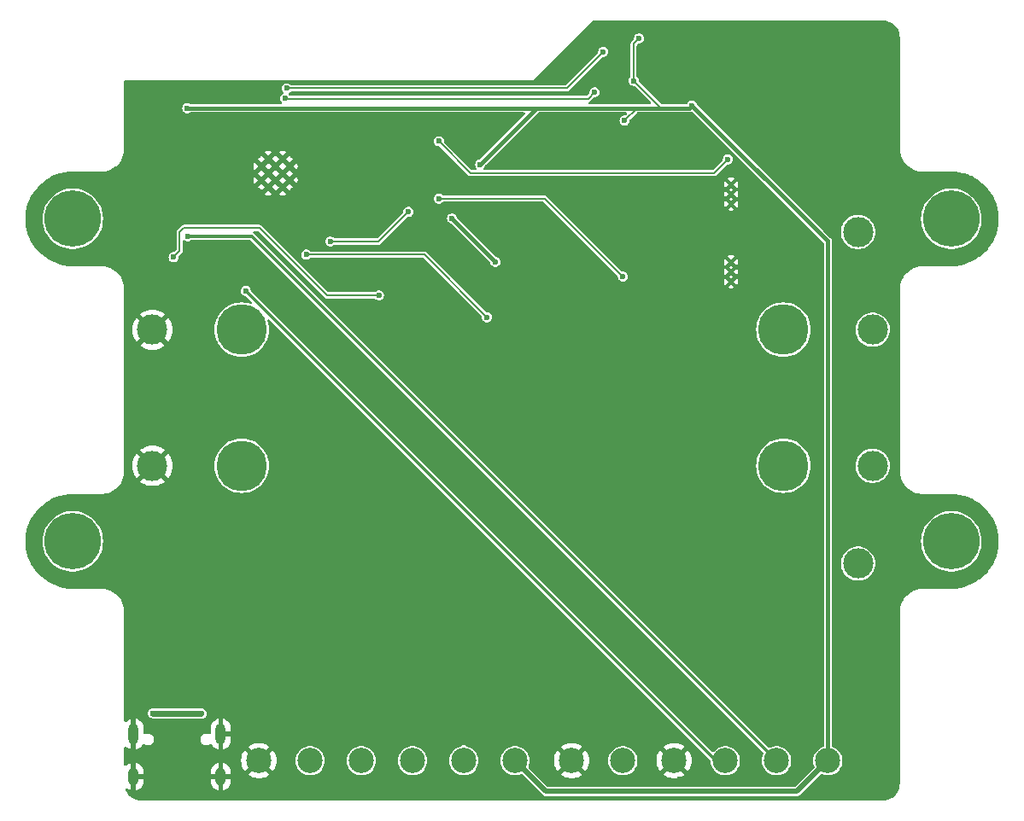
<source format=gbr>
%TF.GenerationSoftware,KiCad,Pcbnew,8.0.2*%
%TF.CreationDate,2025-08-03T00:44:16+02:00*%
%TF.ProjectId,MarinaWatch,4d617269-6e61-4576-9174-63682e6b6963,rev?*%
%TF.SameCoordinates,Original*%
%TF.FileFunction,Copper,L2,Bot*%
%TF.FilePolarity,Positive*%
%FSLAX46Y46*%
G04 Gerber Fmt 4.6, Leading zero omitted, Abs format (unit mm)*
G04 Created by KiCad (PCBNEW 8.0.2) date 2025-08-03 00:44:16*
%MOMM*%
%LPD*%
G01*
G04 APERTURE LIST*
%TA.AperFunction,ComponentPad*%
%ADD10C,3.000000*%
%TD*%
%TA.AperFunction,WasherPad*%
%ADD11C,3.000000*%
%TD*%
%TA.AperFunction,WasherPad*%
%ADD12C,5.000000*%
%TD*%
%TA.AperFunction,HeatsinkPad*%
%ADD13C,0.600000*%
%TD*%
%TA.AperFunction,ComponentPad*%
%ADD14C,0.400000*%
%TD*%
%TA.AperFunction,ComponentPad*%
%ADD15C,2.500000*%
%TD*%
%TA.AperFunction,ComponentPad*%
%ADD16O,1.000000X2.100000*%
%TD*%
%TA.AperFunction,ComponentPad*%
%ADD17O,1.000000X1.800000*%
%TD*%
%TA.AperFunction,ComponentPad*%
%ADD18C,5.600000*%
%TD*%
%TA.AperFunction,ViaPad*%
%ADD19C,0.600000*%
%TD*%
%TA.AperFunction,Conductor*%
%ADD20C,0.200000*%
%TD*%
%TA.AperFunction,Conductor*%
%ADD21C,0.300000*%
%TD*%
%TA.AperFunction,Conductor*%
%ADD22C,0.400000*%
%TD*%
%TA.AperFunction,Conductor*%
%ADD23C,0.500000*%
%TD*%
%TA.AperFunction,Conductor*%
%ADD24C,0.600000*%
%TD*%
G04 APERTURE END LIST*
D10*
%TO.P,BT402,2,-*%
%TO.N,GND*%
X126300000Y-107000000D03*
%TO.P,BT402,1,+*%
%TO.N,+BATT*%
X197700000Y-107000000D03*
D11*
%TO.P,BT402,*%
%TO.N,*%
X196250000Y-97300000D03*
D12*
X188850000Y-107000000D03*
X135150000Y-107000000D03*
%TD*%
D13*
%TO.P,U304,41,GND*%
%TO.N,GND*%
X139900000Y-92160000D03*
X139900000Y-90760000D03*
X139200000Y-92860000D03*
X139200000Y-91460000D03*
X139200000Y-90060000D03*
X138500000Y-92160000D03*
X138500000Y-90760000D03*
X137800000Y-92860000D03*
X137800000Y-91460000D03*
X137800000Y-90060000D03*
X137100000Y-92160000D03*
X137100000Y-90760000D03*
%TD*%
D14*
%TO.P,U501,3,VSS*%
%TO.N,GND*%
X183675000Y-92600000D03*
X183675000Y-93550000D03*
X183675000Y-94500000D03*
%TD*%
%TO.P,U601,3,VSS*%
%TO.N,GND*%
X183650000Y-100300000D03*
X183650000Y-101250000D03*
X183650000Y-102200000D03*
%TD*%
D12*
%TO.P,BT401,*%
%TO.N,*%
X135150000Y-120500000D03*
X188850000Y-120500000D03*
D11*
X196250000Y-130200000D03*
D10*
%TO.P,BT401,1,+*%
%TO.N,+BATT*%
X197700000Y-120500000D03*
%TO.P,BT401,2,-*%
%TO.N,GND*%
X126300000Y-120500000D03*
%TD*%
D15*
%TO.P,J901,1,Pin_1*%
%TO.N,GND*%
X136850000Y-149750000D03*
%TO.P,J901,2,Pin_2*%
%TO.N,/SIG*%
X141930000Y-149750000D03*
%TO.P,J901,3,Pin_3*%
%TO.N,/ANALOG_1*%
X147010000Y-149750000D03*
%TO.P,J901,4,Pin_4*%
%TO.N,/ANALOG_2*%
X152090000Y-149750000D03*
%TO.P,J901,5,Pin_5*%
%TO.N,/ANALOG_3*%
X157170000Y-149750000D03*
%TO.P,J901,6,Pin_6*%
%TO.N,+3V3*%
X162250000Y-149750000D03*
%TD*%
D16*
%TO.P,J201,S1,SHIELD*%
%TO.N,GND*%
X124430000Y-147125000D03*
D17*
X124430000Y-151325000D03*
D16*
X133070000Y-147125000D03*
D17*
X133070000Y-151325000D03*
%TD*%
D15*
%TO.P,J902,1,Pin_1*%
%TO.N,GND*%
X167850000Y-149750000D03*
%TO.P,J902,2,Pin_2*%
%TO.N,SOLAR*%
X172930000Y-149750000D03*
%TO.P,J902,3,Pin_3*%
%TO.N,GND*%
X178010000Y-149750000D03*
%TO.P,J902,4,Pin_4*%
%TO.N,/I2C_SCL*%
X183090000Y-149750000D03*
%TO.P,J902,5,Pin_5*%
%TO.N,/I2C_SDA*%
X188170000Y-149750000D03*
%TO.P,J902,6,Pin_6*%
%TO.N,+3V3*%
X193250000Y-149750000D03*
%TD*%
D18*
%TO.P,H3,1,1*%
%TO.N,unconnected-(H3-Pad1)*%
X118400000Y-128000000D03*
%TD*%
%TO.P,H2,1,1*%
%TO.N,unconnected-(H2-Pad1)*%
X205500000Y-96000000D03*
%TD*%
%TO.P,H1,1,1*%
%TO.N,unconnected-(H1-Pad1)*%
X118400000Y-96000000D03*
%TD*%
%TO.P,H4,1,1*%
%TO.N,unconnected-(H4-Pad1)*%
X205500000Y-128000000D03*
%TD*%
D19*
%TO.N,/BOOT*%
X148750000Y-103587500D03*
X128400000Y-99800000D03*
%TO.N,GND*%
X209060000Y-128740000D03*
X209060000Y-126200000D03*
X209060000Y-95720000D03*
X206520000Y-131280000D03*
X203980000Y-131280000D03*
X201440000Y-131280000D03*
X201440000Y-128740000D03*
X201440000Y-126200000D03*
X201440000Y-123660000D03*
X201440000Y-98260000D03*
X201440000Y-95720000D03*
X201440000Y-93180000D03*
X198900000Y-151600000D03*
X198900000Y-149060000D03*
X198900000Y-146520000D03*
X198900000Y-143980000D03*
X198900000Y-141440000D03*
X198900000Y-138900000D03*
X198900000Y-136360000D03*
X198900000Y-133820000D03*
X198900000Y-131280000D03*
X198900000Y-128740000D03*
X198900000Y-126200000D03*
X198900000Y-123660000D03*
X198900000Y-118580000D03*
X198900000Y-116040000D03*
X198900000Y-113500000D03*
X198900000Y-110960000D03*
X198900000Y-103340000D03*
X198900000Y-100800000D03*
X198900000Y-98260000D03*
X198900000Y-95720000D03*
X198900000Y-93180000D03*
X198900000Y-90640000D03*
X198900000Y-88100000D03*
X198900000Y-83020000D03*
X198900000Y-80480000D03*
X198900000Y-77940000D03*
X196360000Y-151600000D03*
X196360000Y-149060000D03*
X196360000Y-146520000D03*
X196360000Y-143980000D03*
X196360000Y-141440000D03*
X196360000Y-138900000D03*
X196360000Y-136360000D03*
X196360000Y-133820000D03*
X196360000Y-126200000D03*
X196360000Y-123660000D03*
X196360000Y-118580000D03*
X196360000Y-116040000D03*
X196360000Y-113500000D03*
X196360000Y-110960000D03*
X196360000Y-100800000D03*
X196360000Y-93180000D03*
X196360000Y-90640000D03*
X196360000Y-88100000D03*
X196360000Y-83020000D03*
X196360000Y-80480000D03*
X196360000Y-77940000D03*
X193820000Y-151600000D03*
X193820000Y-95720000D03*
X193820000Y-93180000D03*
X193820000Y-80480000D03*
X193820000Y-77940000D03*
X191280000Y-149060000D03*
X191280000Y-146520000D03*
X191280000Y-143980000D03*
X191280000Y-141440000D03*
X191280000Y-138900000D03*
X191280000Y-136360000D03*
X191280000Y-133820000D03*
X191280000Y-131280000D03*
X191280000Y-128740000D03*
X191280000Y-126200000D03*
X191280000Y-123660000D03*
X191280000Y-116040000D03*
X191280000Y-113500000D03*
X191280000Y-110960000D03*
X191280000Y-103340000D03*
X191280000Y-85560000D03*
X191280000Y-80480000D03*
X191280000Y-77940000D03*
X188740000Y-151600000D03*
X188740000Y-146520000D03*
X188740000Y-143980000D03*
X188740000Y-141440000D03*
X188740000Y-138900000D03*
X188740000Y-136360000D03*
X188740000Y-133820000D03*
X188740000Y-131280000D03*
X188740000Y-128740000D03*
X188740000Y-126200000D03*
X188740000Y-123660000D03*
X188740000Y-116040000D03*
X188740000Y-113500000D03*
X188740000Y-110960000D03*
X188740000Y-77940000D03*
X186200000Y-151600000D03*
X186200000Y-143980000D03*
X186200000Y-141440000D03*
X186200000Y-138900000D03*
X186200000Y-136360000D03*
X186200000Y-133820000D03*
X186200000Y-131280000D03*
X186200000Y-128740000D03*
X186200000Y-126200000D03*
X186200000Y-123660000D03*
X186200000Y-118580000D03*
X186200000Y-116040000D03*
X186200000Y-113500000D03*
X186200000Y-110960000D03*
X186200000Y-88100000D03*
X186200000Y-77940000D03*
X183660000Y-151600000D03*
X183660000Y-141440000D03*
X183660000Y-138900000D03*
X183660000Y-136360000D03*
X183660000Y-133820000D03*
X183660000Y-131280000D03*
X183660000Y-128740000D03*
X183660000Y-126200000D03*
X183660000Y-123660000D03*
X183660000Y-121120000D03*
X183660000Y-118580000D03*
X183660000Y-116040000D03*
X183660000Y-113500000D03*
X183660000Y-110960000D03*
X183660000Y-108420000D03*
X183660000Y-105880000D03*
X183660000Y-103340000D03*
X183660000Y-98260000D03*
X183660000Y-95720000D03*
X183660000Y-77940000D03*
X181120000Y-151600000D03*
X181120000Y-146520000D03*
X181120000Y-138900000D03*
X181120000Y-136360000D03*
X181120000Y-133820000D03*
X181120000Y-131280000D03*
X181120000Y-128740000D03*
X181120000Y-126200000D03*
X181120000Y-123660000D03*
X181120000Y-121120000D03*
X181120000Y-118580000D03*
X181120000Y-116040000D03*
X181120000Y-113500000D03*
X181120000Y-110960000D03*
X181120000Y-108420000D03*
X181120000Y-105880000D03*
X181120000Y-88100000D03*
X181120000Y-83020000D03*
X181120000Y-80480000D03*
X181120000Y-77940000D03*
X178580000Y-151600000D03*
X178580000Y-143980000D03*
X178580000Y-136360000D03*
X178580000Y-133820000D03*
X178580000Y-131280000D03*
X178580000Y-128740000D03*
X178580000Y-126200000D03*
X178580000Y-123660000D03*
X178580000Y-121120000D03*
X178580000Y-118580000D03*
X178580000Y-116040000D03*
X178580000Y-113500000D03*
X178580000Y-110960000D03*
X178580000Y-108420000D03*
X178580000Y-105880000D03*
X178580000Y-88100000D03*
X178580000Y-83020000D03*
X178580000Y-80480000D03*
X178580000Y-77940000D03*
X176040000Y-151600000D03*
X176040000Y-149060000D03*
X176040000Y-146520000D03*
X176040000Y-141440000D03*
X176040000Y-133820000D03*
X176040000Y-131280000D03*
X176040000Y-128740000D03*
X176040000Y-126200000D03*
X176040000Y-123660000D03*
X176040000Y-121120000D03*
X176040000Y-118580000D03*
X176040000Y-116040000D03*
X176040000Y-113500000D03*
X176040000Y-110960000D03*
X176040000Y-108420000D03*
X176040000Y-105880000D03*
X176040000Y-103340000D03*
X176040000Y-100800000D03*
X176040000Y-77940000D03*
X173500000Y-151600000D03*
X170960000Y-151600000D03*
X170960000Y-95720000D03*
X170960000Y-93180000D03*
X170960000Y-90640000D03*
X170960000Y-77940000D03*
X168420000Y-143980000D03*
X168420000Y-141440000D03*
X168420000Y-95720000D03*
X168420000Y-93180000D03*
X168420000Y-90640000D03*
X168420000Y-80480000D03*
X165880000Y-146520000D03*
X165880000Y-143980000D03*
X165880000Y-138900000D03*
X165880000Y-123660000D03*
X165880000Y-121120000D03*
X165880000Y-118580000D03*
X165880000Y-116040000D03*
X165880000Y-113500000D03*
X165880000Y-110960000D03*
X165880000Y-108420000D03*
X165880000Y-100800000D03*
X165880000Y-98260000D03*
X165880000Y-93180000D03*
X165880000Y-90640000D03*
X165880000Y-88100000D03*
X163340000Y-146520000D03*
X163340000Y-141440000D03*
X163340000Y-136360000D03*
X163340000Y-128740000D03*
X163340000Y-121120000D03*
X163340000Y-118580000D03*
X163340000Y-116040000D03*
X163340000Y-113500000D03*
X163340000Y-110960000D03*
X163340000Y-108420000D03*
X163340000Y-88100000D03*
X160800000Y-143980000D03*
X160800000Y-138900000D03*
X160800000Y-133820000D03*
X160800000Y-131280000D03*
X160800000Y-126200000D03*
X160800000Y-118580000D03*
X160800000Y-116040000D03*
X160800000Y-113500000D03*
X160800000Y-110960000D03*
X160800000Y-108420000D03*
X160800000Y-93180000D03*
X160800000Y-90640000D03*
X158260000Y-146520000D03*
X158260000Y-141440000D03*
X158260000Y-136360000D03*
X158260000Y-133820000D03*
X158260000Y-131280000D03*
X158260000Y-128740000D03*
X158260000Y-123660000D03*
X158260000Y-116040000D03*
X158260000Y-113500000D03*
X158260000Y-110960000D03*
X158260000Y-108420000D03*
X158260000Y-88100000D03*
X155720000Y-143980000D03*
X155720000Y-138900000D03*
X155720000Y-90640000D03*
X153180000Y-146520000D03*
X153180000Y-141440000D03*
X153180000Y-136360000D03*
X153180000Y-133820000D03*
X153180000Y-131280000D03*
X153180000Y-128740000D03*
X153180000Y-126200000D03*
X153180000Y-123660000D03*
X153180000Y-118580000D03*
X153180000Y-110960000D03*
X153180000Y-108420000D03*
X153180000Y-98260000D03*
X153180000Y-95720000D03*
X150640000Y-143980000D03*
X150640000Y-138900000D03*
X150640000Y-136360000D03*
X150640000Y-133820000D03*
X150640000Y-131280000D03*
X150640000Y-128740000D03*
X150640000Y-126200000D03*
X150640000Y-123660000D03*
X150640000Y-121120000D03*
X150640000Y-116040000D03*
X150640000Y-108420000D03*
X150640000Y-105880000D03*
X150640000Y-103340000D03*
X150640000Y-100800000D03*
X150640000Y-98260000D03*
X150640000Y-93180000D03*
X150640000Y-90640000D03*
X150640000Y-88100000D03*
X148100000Y-146520000D03*
X148100000Y-141440000D03*
X148100000Y-138900000D03*
X148100000Y-136360000D03*
X148100000Y-133820000D03*
X148100000Y-131280000D03*
X148100000Y-128740000D03*
X148100000Y-126200000D03*
X148100000Y-123660000D03*
X148100000Y-121120000D03*
X148100000Y-118580000D03*
X148100000Y-113500000D03*
X145560000Y-143980000D03*
X145560000Y-141440000D03*
X145560000Y-138900000D03*
X145560000Y-136360000D03*
X145560000Y-133820000D03*
X145560000Y-131280000D03*
X145560000Y-128740000D03*
X145560000Y-126200000D03*
X145560000Y-123660000D03*
X145560000Y-121120000D03*
X145560000Y-118580000D03*
X145560000Y-116040000D03*
X145560000Y-110960000D03*
X145560000Y-95720000D03*
X145560000Y-93180000D03*
X145560000Y-90640000D03*
X145560000Y-88100000D03*
X143020000Y-146520000D03*
X143020000Y-143980000D03*
X143020000Y-141440000D03*
X143020000Y-138900000D03*
X143020000Y-136360000D03*
X143020000Y-133820000D03*
X143020000Y-131280000D03*
X143020000Y-128740000D03*
X143020000Y-126200000D03*
X143020000Y-123660000D03*
X143020000Y-121120000D03*
X143020000Y-118580000D03*
X143020000Y-116040000D03*
X143020000Y-113500000D03*
X143020000Y-108420000D03*
X143020000Y-95720000D03*
X143020000Y-93180000D03*
X143020000Y-90640000D03*
X143020000Y-88100000D03*
X140480000Y-146520000D03*
X140480000Y-143980000D03*
X140480000Y-141440000D03*
X140480000Y-138900000D03*
X140480000Y-136360000D03*
X140480000Y-133820000D03*
X140480000Y-131280000D03*
X140480000Y-128740000D03*
X140480000Y-126200000D03*
X140480000Y-123660000D03*
X140480000Y-121120000D03*
X140480000Y-118580000D03*
X140480000Y-116040000D03*
X140480000Y-113500000D03*
X140480000Y-110960000D03*
X140480000Y-105880000D03*
X140480000Y-95720000D03*
X140480000Y-88100000D03*
X137940000Y-151600000D03*
X137940000Y-146520000D03*
X137940000Y-143980000D03*
X137940000Y-141440000D03*
X137940000Y-138900000D03*
X137940000Y-136360000D03*
X137940000Y-133820000D03*
X137940000Y-131280000D03*
X137940000Y-128740000D03*
X137940000Y-126200000D03*
X137940000Y-123660000D03*
X137940000Y-118580000D03*
X137940000Y-116040000D03*
X137940000Y-113500000D03*
X137940000Y-110960000D03*
X137940000Y-103340000D03*
X137940000Y-95720000D03*
X137940000Y-83020000D03*
X135400000Y-151600000D03*
X135400000Y-143980000D03*
X135400000Y-141440000D03*
X135400000Y-138900000D03*
X135400000Y-136360000D03*
X135400000Y-133820000D03*
X135400000Y-131280000D03*
X135400000Y-128740000D03*
X135400000Y-126200000D03*
X135400000Y-123660000D03*
X135400000Y-116040000D03*
X135400000Y-113500000D03*
X135400000Y-110960000D03*
X135400000Y-95720000D03*
X135400000Y-93180000D03*
X135400000Y-83020000D03*
X132860000Y-149060000D03*
X132860000Y-143980000D03*
X132860000Y-141440000D03*
X132860000Y-138900000D03*
X132860000Y-136360000D03*
X132860000Y-131280000D03*
X132860000Y-128740000D03*
X132860000Y-126200000D03*
X132860000Y-123660000D03*
X132860000Y-116040000D03*
X132860000Y-113500000D03*
X132860000Y-110960000D03*
X132860000Y-103340000D03*
X132860000Y-95720000D03*
X132860000Y-93180000D03*
X132860000Y-83020000D03*
X130320000Y-151600000D03*
X130320000Y-149060000D03*
X130320000Y-131280000D03*
X130320000Y-128740000D03*
X130320000Y-126200000D03*
X130320000Y-123660000D03*
X130320000Y-121120000D03*
X130320000Y-118580000D03*
X130320000Y-116040000D03*
X130320000Y-113500000D03*
X130320000Y-110960000D03*
X130320000Y-108420000D03*
X130320000Y-105880000D03*
X130320000Y-103340000D03*
X127780000Y-151600000D03*
X127780000Y-149060000D03*
X127780000Y-131280000D03*
X127780000Y-128740000D03*
X127780000Y-126200000D03*
X127780000Y-123660000D03*
X127780000Y-118580000D03*
X127780000Y-116040000D03*
X127780000Y-113500000D03*
X127780000Y-110960000D03*
X127780000Y-103340000D03*
X127780000Y-98260000D03*
X127780000Y-95720000D03*
X127780000Y-83020000D03*
X125240000Y-149060000D03*
X125240000Y-143980000D03*
X125240000Y-141440000D03*
X125240000Y-138900000D03*
X125240000Y-136360000D03*
X125240000Y-131280000D03*
X125240000Y-128740000D03*
X125240000Y-126200000D03*
X125240000Y-123660000D03*
X125240000Y-118580000D03*
X125240000Y-116040000D03*
X125240000Y-113500000D03*
X125240000Y-110960000D03*
X125240000Y-103340000D03*
X125240000Y-98260000D03*
X125240000Y-95720000D03*
X125240000Y-93180000D03*
X125240000Y-83020000D03*
X122700000Y-131280000D03*
X122700000Y-128740000D03*
X122700000Y-126200000D03*
X122700000Y-123660000D03*
X122700000Y-98260000D03*
X122700000Y-95720000D03*
X122700000Y-93180000D03*
X120160000Y-131280000D03*
X115080000Y-128740000D03*
X115080000Y-126200000D03*
X115080000Y-98260000D03*
X115080000Y-95720000D03*
%TO.N,/ONE_WIRE*%
X159450000Y-105762500D03*
X141550000Y-99550000D03*
%TO.N,+BATT*%
X183350000Y-90100000D03*
X154700000Y-88300000D03*
%TO.N,SOLAR*%
X172930000Y-101720000D03*
X154700000Y-94000000D03*
%TO.N,/SOLAR_SENSE*%
X151675000Y-95300000D03*
X143950000Y-98250000D03*
%TO.N,/A2*%
X139450000Y-84050000D03*
X170150000Y-83437500D03*
%TO.N,/A3*%
X171000000Y-79425000D03*
X139600000Y-83050000D03*
%TO.N,/I2C_SDA*%
X129800000Y-97710000D03*
%TO.N,/I2C_SCL*%
X135550000Y-103150000D03*
%TO.N,+3V3*%
X158800000Y-90600000D03*
X173100000Y-86250000D03*
X174550000Y-78100000D03*
X174000000Y-82300000D03*
X129750000Y-85010000D03*
X179800000Y-84750000D03*
X160293750Y-100268750D03*
X156000000Y-95962500D03*
%TO.N,VBUS*%
X131150000Y-145100000D03*
X126350000Y-145050000D03*
%TD*%
D20*
%TO.N,/BOOT*%
X136900000Y-96900000D02*
X143587500Y-103587500D01*
X129400000Y-96900000D02*
X136900000Y-96900000D01*
X129000000Y-97300000D02*
X129400000Y-96900000D01*
X143587500Y-103587500D02*
X148750000Y-103587500D01*
X129000000Y-99200000D02*
X129000000Y-97300000D01*
X128400000Y-99800000D02*
X129000000Y-99200000D01*
%TO.N,/ONE_WIRE*%
X153237500Y-99550000D02*
X159450000Y-105762500D01*
X141550000Y-99550000D02*
X153237500Y-99550000D01*
%TO.N,+BATT*%
X157850000Y-91450000D02*
X154700000Y-88300000D01*
X182000000Y-91450000D02*
X157850000Y-91450000D01*
X183350000Y-90100000D02*
X182000000Y-91450000D01*
%TO.N,SOLAR*%
X165210000Y-94000000D02*
X172930000Y-101720000D01*
X154700000Y-94000000D02*
X165210000Y-94000000D01*
%TO.N,/SOLAR_SENSE*%
X148725000Y-98250000D02*
X151675000Y-95300000D01*
X143950000Y-98250000D02*
X148725000Y-98250000D01*
%TO.N,/A3*%
X167375000Y-83050000D02*
X171000000Y-79425000D01*
X139600000Y-83050000D02*
X167375000Y-83050000D01*
%TO.N,/A2*%
X139500000Y-84100000D02*
X169487500Y-84100000D01*
X169487500Y-84100000D02*
X170150000Y-83437500D01*
X139450000Y-84050000D02*
X139500000Y-84100000D01*
D21*
%TO.N,/I2C_SDA*%
X136130000Y-97710000D02*
X188170000Y-149750000D01*
X129800000Y-97710000D02*
X136130000Y-97710000D01*
%TO.N,/I2C_SCL*%
X182150000Y-149750000D02*
X135550000Y-103150000D01*
X183090000Y-149750000D02*
X182150000Y-149750000D01*
D22*
%TO.N,+3V3*%
X164700000Y-85010000D02*
X177350000Y-85010000D01*
X164390000Y-85010000D02*
X158800000Y-90600000D01*
X129750000Y-85010000D02*
X164700000Y-85010000D01*
D20*
X173100000Y-86250000D02*
X174340000Y-85010000D01*
X174000000Y-78650000D02*
X174000000Y-82300000D01*
X174550000Y-78100000D02*
X174000000Y-78650000D01*
D22*
X177350000Y-85010000D02*
X179540000Y-85010000D01*
D20*
X174000000Y-82300000D02*
X176710000Y-85010000D01*
D22*
X179540000Y-85010000D02*
X179800000Y-84750000D01*
X193250000Y-98200000D02*
X193250000Y-149750000D01*
X179800000Y-84750000D02*
X193250000Y-98200000D01*
X156000000Y-95962500D02*
X156000000Y-95975000D01*
X156000000Y-95975000D02*
X160293750Y-100268750D01*
D23*
X190200000Y-152800000D02*
X193250000Y-149750000D01*
X165300000Y-152800000D02*
X190200000Y-152800000D01*
X162250000Y-149750000D02*
X165300000Y-152800000D01*
D22*
%TO.N,VBUS*%
X131150000Y-145100000D02*
X131100000Y-145050000D01*
D24*
X131100000Y-145050000D02*
X126350000Y-145050000D01*
D22*
%TO.N,SOLAR*%
X172930000Y-149680000D02*
X172930000Y-149750000D01*
D20*
%TO.N,/ANALOG_3*%
X157170000Y-149750000D02*
X157170000Y-148470000D01*
%TD*%
%TA.AperFunction,Conductor*%
%TO.N,GND*%
G36*
X198703564Y-76300845D02*
G01*
X198726039Y-76302525D01*
X198931870Y-76317911D01*
X198949274Y-76320465D01*
X199156391Y-76366078D01*
X199168770Y-76368805D01*
X199185659Y-76373805D01*
X199396084Y-76452753D01*
X199412084Y-76460091D01*
X199609212Y-76568059D01*
X199624017Y-76577595D01*
X199803843Y-76712392D01*
X199817150Y-76723930D01*
X199976069Y-76882849D01*
X199987607Y-76896156D01*
X200122404Y-77075982D01*
X200131941Y-77090789D01*
X200239906Y-77287910D01*
X200247248Y-77303919D01*
X200326194Y-77514341D01*
X200331194Y-77531229D01*
X200379532Y-77750713D01*
X200382089Y-77768139D01*
X200399155Y-77996433D01*
X200399500Y-78005677D01*
X200399500Y-88952405D01*
X200399500Y-89000000D01*
X200399500Y-89139155D01*
X200433046Y-89415435D01*
X200478414Y-89599500D01*
X200499651Y-89685662D01*
X200598341Y-89945884D01*
X200679228Y-90100000D01*
X200727677Y-90192311D01*
X200885774Y-90421355D01*
X201070327Y-90629673D01*
X201278645Y-90814226D01*
X201507689Y-90972323D01*
X201662221Y-91053428D01*
X201754115Y-91101658D01*
X201754119Y-91101659D01*
X201754120Y-91101660D01*
X201774278Y-91109305D01*
X202014337Y-91200348D01*
X202014339Y-91200348D01*
X202014343Y-91200350D01*
X202284565Y-91266954D01*
X202498222Y-91292896D01*
X202560842Y-91300500D01*
X202560845Y-91300500D01*
X202660438Y-91300500D01*
X205452405Y-91300500D01*
X205497220Y-91300500D01*
X205502783Y-91300625D01*
X205915712Y-91319169D01*
X205926753Y-91320163D01*
X206333625Y-91375277D01*
X206344546Y-91377259D01*
X206619906Y-91440109D01*
X206744811Y-91468618D01*
X206755536Y-91471578D01*
X206874776Y-91510321D01*
X207146004Y-91598447D01*
X207156400Y-91602350D01*
X207362544Y-91690460D01*
X207533908Y-91763705D01*
X207543933Y-91768532D01*
X207905470Y-91963083D01*
X207915019Y-91968789D01*
X208053198Y-92060000D01*
X208257646Y-92194955D01*
X208266648Y-92201495D01*
X208587625Y-92457466D01*
X208596004Y-92464786D01*
X208892753Y-92748507D01*
X208900438Y-92756545D01*
X209170566Y-93065731D01*
X209177488Y-93074413D01*
X209284939Y-93222306D01*
X209418798Y-93406547D01*
X209424928Y-93415832D01*
X209635505Y-93768278D01*
X209640777Y-93778076D01*
X209818906Y-94147964D01*
X209823279Y-94158196D01*
X209967533Y-94542561D01*
X209970971Y-94553142D01*
X210080192Y-94948894D01*
X210082668Y-94959742D01*
X210155972Y-95363686D01*
X210157466Y-95374711D01*
X210175347Y-95573373D01*
X210192139Y-95759953D01*
X210194269Y-95783612D01*
X210194768Y-95794728D01*
X210194768Y-96205271D01*
X210194269Y-96216387D01*
X210157466Y-96625288D01*
X210155972Y-96636313D01*
X210082668Y-97040257D01*
X210080192Y-97051105D01*
X209970971Y-97446857D01*
X209967533Y-97457438D01*
X209823279Y-97841803D01*
X209818906Y-97852035D01*
X209640777Y-98221923D01*
X209635505Y-98231721D01*
X209424928Y-98584167D01*
X209418798Y-98593452D01*
X209177491Y-98925583D01*
X209170557Y-98934278D01*
X209112702Y-99000500D01*
X208900442Y-99243450D01*
X208892753Y-99251492D01*
X208596004Y-99535213D01*
X208587625Y-99542533D01*
X208266648Y-99798504D01*
X208257646Y-99805044D01*
X207915021Y-100031209D01*
X207905470Y-100036916D01*
X207543933Y-100231467D01*
X207533908Y-100236294D01*
X207156411Y-100397645D01*
X207145994Y-100401555D01*
X206755536Y-100528421D01*
X206744811Y-100531381D01*
X206344559Y-100622737D01*
X206333611Y-100624724D01*
X205926774Y-100679834D01*
X205915692Y-100680831D01*
X205502783Y-100699375D01*
X205497220Y-100699500D01*
X202560842Y-100699500D01*
X202395077Y-100719627D01*
X202284565Y-100733046D01*
X202147493Y-100766831D01*
X202014337Y-100799651D01*
X201754115Y-100898341D01*
X201507691Y-101027676D01*
X201507682Y-101027681D01*
X201278650Y-101185770D01*
X201278647Y-101185772D01*
X201278645Y-101185774D01*
X201070327Y-101370327D01*
X200886751Y-101577543D01*
X200885770Y-101578650D01*
X200727681Y-101807682D01*
X200727676Y-101807691D01*
X200598341Y-102054115D01*
X200499651Y-102314337D01*
X200466831Y-102447493D01*
X200445047Y-102535878D01*
X200433046Y-102584567D01*
X200399500Y-102860842D01*
X200399500Y-121139157D01*
X200406776Y-121199076D01*
X200433046Y-121415435D01*
X200474603Y-121584038D01*
X200499651Y-121685662D01*
X200598341Y-121945884D01*
X200672610Y-122087389D01*
X200727677Y-122192311D01*
X200885774Y-122421355D01*
X201070327Y-122629673D01*
X201278645Y-122814226D01*
X201507689Y-122972323D01*
X201662221Y-123053428D01*
X201754115Y-123101658D01*
X202014337Y-123200348D01*
X202014339Y-123200348D01*
X202014343Y-123200350D01*
X202284565Y-123266954D01*
X202498222Y-123292896D01*
X202560842Y-123300500D01*
X202560845Y-123300500D01*
X202660438Y-123300500D01*
X205452405Y-123300500D01*
X205497220Y-123300500D01*
X205502783Y-123300625D01*
X205915712Y-123319169D01*
X205926753Y-123320163D01*
X206333625Y-123375277D01*
X206344546Y-123377259D01*
X206669168Y-123451352D01*
X206744811Y-123468618D01*
X206755536Y-123471578D01*
X206874776Y-123510321D01*
X207146004Y-123598447D01*
X207156400Y-123602350D01*
X207415678Y-123713171D01*
X207533908Y-123763705D01*
X207543933Y-123768532D01*
X207905470Y-123963083D01*
X207915019Y-123968789D01*
X208086333Y-124081872D01*
X208257646Y-124194955D01*
X208266648Y-124201495D01*
X208587625Y-124457466D01*
X208596004Y-124464786D01*
X208892753Y-124748507D01*
X208900438Y-124756545D01*
X209170566Y-125065731D01*
X209177491Y-125074416D01*
X209418798Y-125406547D01*
X209424928Y-125415832D01*
X209635505Y-125768278D01*
X209640777Y-125778076D01*
X209818906Y-126147964D01*
X209823279Y-126158196D01*
X209967533Y-126542561D01*
X209970971Y-126553142D01*
X210080192Y-126948894D01*
X210082668Y-126959742D01*
X210155972Y-127363686D01*
X210157466Y-127374711D01*
X210194269Y-127783612D01*
X210194768Y-127794728D01*
X210194768Y-128205271D01*
X210194269Y-128216387D01*
X210157466Y-128625288D01*
X210155972Y-128636313D01*
X210082668Y-129040257D01*
X210080192Y-129051105D01*
X209970971Y-129446857D01*
X209967533Y-129457438D01*
X209823279Y-129841803D01*
X209818906Y-129852035D01*
X209640777Y-130221923D01*
X209635505Y-130231721D01*
X209424928Y-130584167D01*
X209418798Y-130593452D01*
X209177491Y-130925583D01*
X209170557Y-130934278D01*
X209112702Y-131000500D01*
X208900442Y-131243450D01*
X208892753Y-131251492D01*
X208596004Y-131535213D01*
X208587625Y-131542533D01*
X208266648Y-131798504D01*
X208257646Y-131805044D01*
X207915021Y-132031209D01*
X207905470Y-132036916D01*
X207543933Y-132231467D01*
X207533908Y-132236294D01*
X207156411Y-132397645D01*
X207145994Y-132401555D01*
X206755536Y-132528421D01*
X206744811Y-132531381D01*
X206344559Y-132622737D01*
X206333611Y-132624724D01*
X205926774Y-132679834D01*
X205915692Y-132680831D01*
X205502783Y-132699375D01*
X205497220Y-132699500D01*
X202560842Y-132699500D01*
X202395077Y-132719627D01*
X202284565Y-132733046D01*
X202147493Y-132766831D01*
X202014337Y-132799651D01*
X201754115Y-132898341D01*
X201507691Y-133027676D01*
X201507682Y-133027681D01*
X201278650Y-133185770D01*
X201278647Y-133185772D01*
X201278645Y-133185774D01*
X201149146Y-133300500D01*
X201070327Y-133370327D01*
X200885770Y-133578650D01*
X200727681Y-133807682D01*
X200727676Y-133807691D01*
X200598341Y-134054115D01*
X200499651Y-134314337D01*
X200433046Y-134584567D01*
X200399500Y-134860842D01*
X200399500Y-151995572D01*
X200399184Y-152004418D01*
X200382834Y-152233017D01*
X200380316Y-152250529D01*
X200332543Y-152470137D01*
X200327559Y-152487112D01*
X200249019Y-152697688D01*
X200241669Y-152713782D01*
X200133959Y-152911036D01*
X200124394Y-152925919D01*
X199989710Y-153105836D01*
X199978124Y-153119207D01*
X199819207Y-153278124D01*
X199805836Y-153289710D01*
X199625919Y-153424394D01*
X199611036Y-153433959D01*
X199413782Y-153541669D01*
X199397688Y-153549019D01*
X199187112Y-153627559D01*
X199170137Y-153632543D01*
X198950529Y-153680316D01*
X198933017Y-153682834D01*
X198704418Y-153699184D01*
X198695572Y-153699500D01*
X125204428Y-153699500D01*
X125195582Y-153699184D01*
X124966982Y-153682834D01*
X124949470Y-153680316D01*
X124729862Y-153632543D01*
X124712887Y-153627559D01*
X124502311Y-153549019D01*
X124486217Y-153541669D01*
X124288963Y-153433959D01*
X124274080Y-153424394D01*
X124094163Y-153289710D01*
X124080792Y-153278124D01*
X123921875Y-153119207D01*
X123910289Y-153105836D01*
X123775605Y-152925919D01*
X123766040Y-152911036D01*
X123658330Y-152713782D01*
X123650985Y-152697700D01*
X123640832Y-152670480D01*
X123635849Y-152600792D01*
X123669334Y-152539469D01*
X123730657Y-152505984D01*
X123800348Y-152510968D01*
X123825906Y-152524048D01*
X123956315Y-152611185D01*
X123956328Y-152611192D01*
X124138308Y-152686569D01*
X124180000Y-152694862D01*
X124180000Y-151891988D01*
X124189940Y-151909205D01*
X124245795Y-151965060D01*
X124314204Y-152004556D01*
X124390504Y-152025000D01*
X124469496Y-152025000D01*
X124545796Y-152004556D01*
X124614205Y-151965060D01*
X124670060Y-151909205D01*
X124680000Y-151891988D01*
X124680000Y-152694862D01*
X124721690Y-152686569D01*
X124721692Y-152686569D01*
X124903671Y-152611192D01*
X124903684Y-152611185D01*
X125067462Y-152501751D01*
X125067466Y-152501748D01*
X125206748Y-152362466D01*
X125206751Y-152362462D01*
X125316185Y-152198684D01*
X125316192Y-152198671D01*
X125391569Y-152016693D01*
X125391572Y-152016681D01*
X125429999Y-151823495D01*
X125430000Y-151823492D01*
X125430000Y-151575000D01*
X124730000Y-151575000D01*
X124730000Y-151075000D01*
X125430000Y-151075000D01*
X125430000Y-150826508D01*
X125429999Y-150826504D01*
X132070000Y-150826504D01*
X132070000Y-151075000D01*
X132770000Y-151075000D01*
X132770000Y-151575000D01*
X132070000Y-151575000D01*
X132070000Y-151823495D01*
X132108427Y-152016681D01*
X132108430Y-152016693D01*
X132183807Y-152198671D01*
X132183814Y-152198684D01*
X132293248Y-152362462D01*
X132293251Y-152362466D01*
X132432533Y-152501748D01*
X132432537Y-152501751D01*
X132596315Y-152611185D01*
X132596328Y-152611192D01*
X132778308Y-152686569D01*
X132820000Y-152694862D01*
X132820000Y-151891988D01*
X132829940Y-151909205D01*
X132885795Y-151965060D01*
X132954204Y-152004556D01*
X133030504Y-152025000D01*
X133109496Y-152025000D01*
X133185796Y-152004556D01*
X133254205Y-151965060D01*
X133310060Y-151909205D01*
X133320000Y-151891988D01*
X133320000Y-152694862D01*
X133361690Y-152686569D01*
X133361692Y-152686569D01*
X133543671Y-152611192D01*
X133543684Y-152611185D01*
X133707462Y-152501751D01*
X133707466Y-152501748D01*
X133846748Y-152362466D01*
X133846751Y-152362462D01*
X133956185Y-152198684D01*
X133956192Y-152198671D01*
X134031569Y-152016693D01*
X134031572Y-152016681D01*
X134069999Y-151823495D01*
X134070000Y-151823492D01*
X134070000Y-151575000D01*
X133370000Y-151575000D01*
X133370000Y-151075000D01*
X134070000Y-151075000D01*
X134070000Y-150826508D01*
X134069999Y-150826504D01*
X134031572Y-150633318D01*
X134031569Y-150633306D01*
X133956192Y-150451328D01*
X133956185Y-150451315D01*
X133846751Y-150287537D01*
X133846748Y-150287533D01*
X133707466Y-150148251D01*
X133707462Y-150148248D01*
X133543684Y-150038814D01*
X133543671Y-150038807D01*
X133361691Y-149963429D01*
X133361683Y-149963427D01*
X133320000Y-149955135D01*
X133320000Y-150758011D01*
X133310060Y-150740795D01*
X133254205Y-150684940D01*
X133185796Y-150645444D01*
X133109496Y-150625000D01*
X133030504Y-150625000D01*
X132954204Y-150645444D01*
X132885795Y-150684940D01*
X132829940Y-150740795D01*
X132820000Y-150758011D01*
X132820000Y-149955136D01*
X132819999Y-149955135D01*
X132778316Y-149963427D01*
X132778308Y-149963429D01*
X132596328Y-150038807D01*
X132596315Y-150038814D01*
X132432537Y-150148248D01*
X132432533Y-150148251D01*
X132293251Y-150287533D01*
X132293248Y-150287537D01*
X132183814Y-150451315D01*
X132183807Y-150451328D01*
X132108430Y-150633306D01*
X132108427Y-150633318D01*
X132070000Y-150826504D01*
X125429999Y-150826504D01*
X125391572Y-150633318D01*
X125391569Y-150633306D01*
X125316192Y-150451328D01*
X125316185Y-150451315D01*
X125206751Y-150287537D01*
X125206748Y-150287533D01*
X125067466Y-150148251D01*
X125067462Y-150148248D01*
X124903684Y-150038814D01*
X124903671Y-150038807D01*
X124721691Y-149963429D01*
X124721683Y-149963427D01*
X124680000Y-149955135D01*
X124680000Y-150758011D01*
X124670060Y-150740795D01*
X124614205Y-150684940D01*
X124545796Y-150645444D01*
X124469496Y-150625000D01*
X124390504Y-150625000D01*
X124314204Y-150645444D01*
X124245795Y-150684940D01*
X124189940Y-150740795D01*
X124180000Y-150758011D01*
X124180000Y-149955136D01*
X124179999Y-149955135D01*
X124138316Y-149963427D01*
X124138308Y-149963429D01*
X123956328Y-150038807D01*
X123956315Y-150038814D01*
X123792537Y-150148248D01*
X123792533Y-150148251D01*
X123712181Y-150228604D01*
X123650858Y-150262089D01*
X123581166Y-150257105D01*
X123525233Y-150215233D01*
X123500816Y-150149769D01*
X123500500Y-150140923D01*
X123500500Y-149749995D01*
X135095093Y-149749995D01*
X135095093Y-149750004D01*
X135114692Y-150011545D01*
X135114693Y-150011550D01*
X135173058Y-150267270D01*
X135268883Y-150511426D01*
X135268882Y-150511426D01*
X135400027Y-150738573D01*
X135447874Y-150798571D01*
X136248958Y-149997488D01*
X136273978Y-150057890D01*
X136345112Y-150164351D01*
X136435649Y-150254888D01*
X136542110Y-150326022D01*
X136602510Y-150351041D01*
X135800830Y-151152720D01*
X135972546Y-151269793D01*
X135972550Y-151269795D01*
X136208854Y-151383594D01*
X136208858Y-151383595D01*
X136459494Y-151460907D01*
X136459500Y-151460909D01*
X136718848Y-151499999D01*
X136718857Y-151500000D01*
X136981143Y-151500000D01*
X136981151Y-151499999D01*
X137240499Y-151460909D01*
X137240505Y-151460907D01*
X137491143Y-151383595D01*
X137727445Y-151269798D01*
X137727447Y-151269797D01*
X137899168Y-151152720D01*
X137097488Y-150351041D01*
X137157890Y-150326022D01*
X137264351Y-150254888D01*
X137354888Y-150164351D01*
X137426022Y-150057890D01*
X137451041Y-149997488D01*
X138252125Y-150798572D01*
X138299971Y-150738573D01*
X138431116Y-150511426D01*
X138526941Y-150267270D01*
X138585306Y-150011550D01*
X138585307Y-150011545D01*
X138604907Y-149750004D01*
X138604907Y-149749995D01*
X138604907Y-149749994D01*
X140474529Y-149749994D01*
X140474529Y-149750005D01*
X140494379Y-149989559D01*
X140553389Y-150222589D01*
X140649951Y-150442729D01*
X140769036Y-150625000D01*
X140781429Y-150643969D01*
X140944236Y-150820825D01*
X140944239Y-150820827D01*
X140944242Y-150820830D01*
X141133924Y-150968466D01*
X141133930Y-150968470D01*
X141133933Y-150968472D01*
X141345344Y-151082882D01*
X141345347Y-151082883D01*
X141572699Y-151160933D01*
X141572701Y-151160933D01*
X141572703Y-151160934D01*
X141809808Y-151200500D01*
X141809809Y-151200500D01*
X142050191Y-151200500D01*
X142050192Y-151200500D01*
X142287297Y-151160934D01*
X142514656Y-151082882D01*
X142726067Y-150968472D01*
X142915764Y-150820825D01*
X143078571Y-150643969D01*
X143210049Y-150442728D01*
X143306610Y-150222591D01*
X143365620Y-149989563D01*
X143380166Y-149814019D01*
X143385471Y-149750005D01*
X143385471Y-149749994D01*
X145554529Y-149749994D01*
X145554529Y-149750005D01*
X145574379Y-149989559D01*
X145633389Y-150222589D01*
X145729951Y-150442729D01*
X145849036Y-150625000D01*
X145861429Y-150643969D01*
X146024236Y-150820825D01*
X146024239Y-150820827D01*
X146024242Y-150820830D01*
X146213924Y-150968466D01*
X146213930Y-150968470D01*
X146213933Y-150968472D01*
X146425344Y-151082882D01*
X146425347Y-151082883D01*
X146652699Y-151160933D01*
X146652701Y-151160933D01*
X146652703Y-151160934D01*
X146889808Y-151200500D01*
X146889809Y-151200500D01*
X147130191Y-151200500D01*
X147130192Y-151200500D01*
X147367297Y-151160934D01*
X147594656Y-151082882D01*
X147806067Y-150968472D01*
X147995764Y-150820825D01*
X148158571Y-150643969D01*
X148290049Y-150442728D01*
X148386610Y-150222591D01*
X148445620Y-149989563D01*
X148460166Y-149814019D01*
X148465471Y-149750005D01*
X148465471Y-149749994D01*
X150634529Y-149749994D01*
X150634529Y-149750005D01*
X150654379Y-149989559D01*
X150713389Y-150222589D01*
X150809951Y-150442729D01*
X150929036Y-150625000D01*
X150941429Y-150643969D01*
X151104236Y-150820825D01*
X151104239Y-150820827D01*
X151104242Y-150820830D01*
X151293924Y-150968466D01*
X151293930Y-150968470D01*
X151293933Y-150968472D01*
X151505344Y-151082882D01*
X151505347Y-151082883D01*
X151732699Y-151160933D01*
X151732701Y-151160933D01*
X151732703Y-151160934D01*
X151969808Y-151200500D01*
X151969809Y-151200500D01*
X152210191Y-151200500D01*
X152210192Y-151200500D01*
X152447297Y-151160934D01*
X152674656Y-151082882D01*
X152886067Y-150968472D01*
X153075764Y-150820825D01*
X153238571Y-150643969D01*
X153370049Y-150442728D01*
X153466610Y-150222591D01*
X153525620Y-149989563D01*
X153540166Y-149814019D01*
X153545471Y-149750005D01*
X153545471Y-149749994D01*
X155714529Y-149749994D01*
X155714529Y-149750005D01*
X155734379Y-149989559D01*
X155793389Y-150222589D01*
X155889951Y-150442729D01*
X156009036Y-150625000D01*
X156021429Y-150643969D01*
X156184236Y-150820825D01*
X156184239Y-150820827D01*
X156184242Y-150820830D01*
X156373924Y-150968466D01*
X156373930Y-150968470D01*
X156373933Y-150968472D01*
X156585344Y-151082882D01*
X156585347Y-151082883D01*
X156812699Y-151160933D01*
X156812701Y-151160933D01*
X156812703Y-151160934D01*
X157049808Y-151200500D01*
X157049809Y-151200500D01*
X157290191Y-151200500D01*
X157290192Y-151200500D01*
X157527297Y-151160934D01*
X157754656Y-151082882D01*
X157966067Y-150968472D01*
X158155764Y-150820825D01*
X158318571Y-150643969D01*
X158450049Y-150442728D01*
X158546610Y-150222591D01*
X158605620Y-149989563D01*
X158620166Y-149814019D01*
X158625471Y-149750005D01*
X158625471Y-149749994D01*
X158605620Y-149510440D01*
X158605620Y-149510437D01*
X158546610Y-149277409D01*
X158450049Y-149057272D01*
X158405165Y-148988573D01*
X158369293Y-148933666D01*
X158318571Y-148856031D01*
X158155764Y-148679175D01*
X158155759Y-148679171D01*
X158155757Y-148679169D01*
X157966075Y-148531533D01*
X157966069Y-148531529D01*
X157754657Y-148417118D01*
X157754652Y-148417116D01*
X157527300Y-148339066D01*
X157488660Y-148332618D01*
X157425775Y-148302166D01*
X157410699Y-148285800D01*
X157410461Y-148285490D01*
X157354512Y-148229541D01*
X157354504Y-148229535D01*
X157285995Y-148189982D01*
X157285990Y-148189979D01*
X157253528Y-148181281D01*
X157209562Y-148169500D01*
X157130438Y-148169500D01*
X157092224Y-148179739D01*
X157054009Y-148189979D01*
X157054004Y-148189982D01*
X156985495Y-148229535D01*
X156985487Y-148229541D01*
X156929534Y-148285494D01*
X156929293Y-148285809D01*
X156929022Y-148286006D01*
X156923793Y-148291236D01*
X156922976Y-148290419D01*
X156872860Y-148327004D01*
X156851343Y-148332617D01*
X156812696Y-148339067D01*
X156585347Y-148417116D01*
X156585342Y-148417118D01*
X156373930Y-148531529D01*
X156373924Y-148531533D01*
X156184242Y-148679169D01*
X156184239Y-148679172D01*
X156021430Y-148856029D01*
X156021427Y-148856033D01*
X155889951Y-149057270D01*
X155793389Y-149277410D01*
X155734379Y-149510440D01*
X155714529Y-149749994D01*
X153545471Y-149749994D01*
X153525620Y-149510440D01*
X153525620Y-149510437D01*
X153466610Y-149277409D01*
X153370049Y-149057272D01*
X153325165Y-148988573D01*
X153289293Y-148933666D01*
X153238571Y-148856031D01*
X153075764Y-148679175D01*
X153075759Y-148679171D01*
X153075757Y-148679169D01*
X152886075Y-148531533D01*
X152886069Y-148531529D01*
X152674657Y-148417118D01*
X152674652Y-148417116D01*
X152447300Y-148339066D01*
X152226168Y-148302166D01*
X152210192Y-148299500D01*
X151969808Y-148299500D01*
X151953832Y-148302166D01*
X151732699Y-148339066D01*
X151505347Y-148417116D01*
X151505342Y-148417118D01*
X151293930Y-148531529D01*
X151293924Y-148531533D01*
X151104242Y-148679169D01*
X151104239Y-148679172D01*
X150941430Y-148856029D01*
X150941427Y-148856033D01*
X150809951Y-149057270D01*
X150713389Y-149277410D01*
X150654379Y-149510440D01*
X150634529Y-149749994D01*
X148465471Y-149749994D01*
X148445620Y-149510440D01*
X148445620Y-149510437D01*
X148386610Y-149277409D01*
X148290049Y-149057272D01*
X148245165Y-148988573D01*
X148209293Y-148933666D01*
X148158571Y-148856031D01*
X147995764Y-148679175D01*
X147995759Y-148679171D01*
X147995757Y-148679169D01*
X147806075Y-148531533D01*
X147806069Y-148531529D01*
X147594657Y-148417118D01*
X147594652Y-148417116D01*
X147367300Y-148339066D01*
X147146168Y-148302166D01*
X147130192Y-148299500D01*
X146889808Y-148299500D01*
X146873832Y-148302166D01*
X146652699Y-148339066D01*
X146425347Y-148417116D01*
X146425342Y-148417118D01*
X146213930Y-148531529D01*
X146213924Y-148531533D01*
X146024242Y-148679169D01*
X146024239Y-148679172D01*
X145861430Y-148856029D01*
X145861427Y-148856033D01*
X145729951Y-149057270D01*
X145633389Y-149277410D01*
X145574379Y-149510440D01*
X145554529Y-149749994D01*
X143385471Y-149749994D01*
X143365620Y-149510440D01*
X143365620Y-149510437D01*
X143306610Y-149277409D01*
X143210049Y-149057272D01*
X143165165Y-148988573D01*
X143129293Y-148933666D01*
X143078571Y-148856031D01*
X142915764Y-148679175D01*
X142915759Y-148679171D01*
X142915757Y-148679169D01*
X142726075Y-148531533D01*
X142726069Y-148531529D01*
X142514657Y-148417118D01*
X142514652Y-148417116D01*
X142287300Y-148339066D01*
X142066168Y-148302166D01*
X142050192Y-148299500D01*
X141809808Y-148299500D01*
X141793832Y-148302166D01*
X141572699Y-148339066D01*
X141345347Y-148417116D01*
X141345342Y-148417118D01*
X141133930Y-148531529D01*
X141133924Y-148531533D01*
X140944242Y-148679169D01*
X140944239Y-148679172D01*
X140781430Y-148856029D01*
X140781427Y-148856033D01*
X140649951Y-149057270D01*
X140553389Y-149277410D01*
X140494379Y-149510440D01*
X140474529Y-149749994D01*
X138604907Y-149749994D01*
X138585307Y-149488454D01*
X138585306Y-149488449D01*
X138526941Y-149232729D01*
X138431116Y-148988573D01*
X138431117Y-148988573D01*
X138299972Y-148761426D01*
X138252124Y-148701427D01*
X137451041Y-149502510D01*
X137426022Y-149442110D01*
X137354888Y-149335649D01*
X137264351Y-149245112D01*
X137157890Y-149173978D01*
X137097488Y-149148958D01*
X137899168Y-148347278D01*
X137727454Y-148230206D01*
X137727445Y-148230201D01*
X137491142Y-148116404D01*
X137491144Y-148116404D01*
X137240505Y-148039092D01*
X137240499Y-148039090D01*
X136981151Y-148000000D01*
X136718848Y-148000000D01*
X136459500Y-148039090D01*
X136459494Y-148039092D01*
X136208858Y-148116404D01*
X136208854Y-148116405D01*
X135972547Y-148230205D01*
X135972539Y-148230210D01*
X135800830Y-148347277D01*
X136602511Y-149148958D01*
X136542110Y-149173978D01*
X136435649Y-149245112D01*
X136345112Y-149335649D01*
X136273978Y-149442110D01*
X136248958Y-149502510D01*
X135447874Y-148701427D01*
X135400028Y-148761425D01*
X135268883Y-148988573D01*
X135173058Y-149232729D01*
X135114693Y-149488449D01*
X135114692Y-149488454D01*
X135095093Y-149749995D01*
X123500500Y-149749995D01*
X123500500Y-148459077D01*
X123520185Y-148392038D01*
X123572989Y-148346283D01*
X123642147Y-148336339D01*
X123705703Y-148365364D01*
X123712181Y-148371396D01*
X123792533Y-148451748D01*
X123792537Y-148451751D01*
X123956315Y-148561185D01*
X123956328Y-148561192D01*
X124138308Y-148636569D01*
X124180000Y-148644862D01*
X124180000Y-147841988D01*
X124189940Y-147859205D01*
X124245795Y-147915060D01*
X124314204Y-147954556D01*
X124390504Y-147975000D01*
X124469496Y-147975000D01*
X124545796Y-147954556D01*
X124614205Y-147915060D01*
X124670060Y-147859205D01*
X124680000Y-147841988D01*
X124680000Y-148644862D01*
X124721690Y-148636569D01*
X124721692Y-148636569D01*
X124903671Y-148561192D01*
X124903684Y-148561185D01*
X125067462Y-148451751D01*
X125067466Y-148451748D01*
X125206748Y-148312466D01*
X125206751Y-148312462D01*
X125316181Y-148148690D01*
X125319037Y-148143346D01*
X125367993Y-148093495D01*
X125436128Y-148078025D01*
X125501811Y-148101847D01*
X125503895Y-148103412D01*
X125506632Y-148105512D01*
X125506635Y-148105515D01*
X125637865Y-148181281D01*
X125784234Y-148220500D01*
X125784236Y-148220500D01*
X125935764Y-148220500D01*
X125935766Y-148220500D01*
X126082135Y-148181281D01*
X126213365Y-148105515D01*
X126320515Y-147998365D01*
X126396281Y-147867135D01*
X126435500Y-147720766D01*
X126435500Y-147569234D01*
X131064500Y-147569234D01*
X131064500Y-147720765D01*
X131103719Y-147867136D01*
X131141602Y-147932750D01*
X131179485Y-147998365D01*
X131286635Y-148105515D01*
X131417865Y-148181281D01*
X131564234Y-148220500D01*
X131564236Y-148220500D01*
X131715764Y-148220500D01*
X131715766Y-148220500D01*
X131862135Y-148181281D01*
X131993365Y-148105515D01*
X131993373Y-148105506D01*
X131996105Y-148103412D01*
X131998834Y-148102356D01*
X132000403Y-148101451D01*
X132000544Y-148101695D01*
X132061274Y-148078215D01*
X132129719Y-148092251D01*
X132179710Y-148141064D01*
X132180955Y-148143335D01*
X132183812Y-148148680D01*
X132293248Y-148312462D01*
X132293251Y-148312466D01*
X132432533Y-148451748D01*
X132432537Y-148451751D01*
X132596315Y-148561185D01*
X132596328Y-148561192D01*
X132778308Y-148636569D01*
X132820000Y-148644862D01*
X132820000Y-147841988D01*
X132829940Y-147859205D01*
X132885795Y-147915060D01*
X132954204Y-147954556D01*
X133030504Y-147975000D01*
X133109496Y-147975000D01*
X133185796Y-147954556D01*
X133254205Y-147915060D01*
X133310060Y-147859205D01*
X133320000Y-147841988D01*
X133320000Y-148644862D01*
X133361690Y-148636569D01*
X133361692Y-148636569D01*
X133543671Y-148561192D01*
X133543684Y-148561185D01*
X133707462Y-148451751D01*
X133707466Y-148451748D01*
X133846748Y-148312466D01*
X133846751Y-148312462D01*
X133956185Y-148148684D01*
X133956192Y-148148671D01*
X134031569Y-147966693D01*
X134031572Y-147966681D01*
X134069999Y-147773495D01*
X134070000Y-147773492D01*
X134070000Y-147375000D01*
X133370000Y-147375000D01*
X133370000Y-146875000D01*
X134070000Y-146875000D01*
X134070000Y-146476508D01*
X134069999Y-146476504D01*
X134031572Y-146283318D01*
X134031569Y-146283306D01*
X133956192Y-146101328D01*
X133956185Y-146101315D01*
X133846751Y-145937537D01*
X133846748Y-145937533D01*
X133707466Y-145798251D01*
X133707462Y-145798248D01*
X133543684Y-145688814D01*
X133543671Y-145688807D01*
X133361691Y-145613429D01*
X133361683Y-145613427D01*
X133320000Y-145605135D01*
X133320000Y-146408011D01*
X133310060Y-146390795D01*
X133254205Y-146334940D01*
X133185796Y-146295444D01*
X133109496Y-146275000D01*
X133030504Y-146275000D01*
X132954204Y-146295444D01*
X132885795Y-146334940D01*
X132829940Y-146390795D01*
X132820000Y-146408011D01*
X132820000Y-145605136D01*
X132819999Y-145605135D01*
X132778316Y-145613427D01*
X132778308Y-145613429D01*
X132596328Y-145688807D01*
X132596315Y-145688814D01*
X132432537Y-145798248D01*
X132432533Y-145798251D01*
X132293251Y-145937533D01*
X132293248Y-145937537D01*
X132183814Y-146101315D01*
X132183807Y-146101328D01*
X132108430Y-146283306D01*
X132108427Y-146283318D01*
X132070000Y-146476504D01*
X132070000Y-147013955D01*
X132050315Y-147080994D01*
X131997511Y-147126749D01*
X131928353Y-147136693D01*
X131884000Y-147121342D01*
X131862138Y-147108720D01*
X131862135Y-147108719D01*
X131715766Y-147069500D01*
X131564234Y-147069500D01*
X131417863Y-147108719D01*
X131286635Y-147184485D01*
X131286632Y-147184487D01*
X131179487Y-147291632D01*
X131179485Y-147291635D01*
X131103719Y-147422863D01*
X131064500Y-147569234D01*
X126435500Y-147569234D01*
X126396281Y-147422865D01*
X126320515Y-147291635D01*
X126213365Y-147184485D01*
X126103999Y-147121342D01*
X126082136Y-147108719D01*
X126008950Y-147089109D01*
X125935766Y-147069500D01*
X125784234Y-147069500D01*
X125637865Y-147108719D01*
X125637864Y-147108719D01*
X125637862Y-147108720D01*
X125637861Y-147108720D01*
X125616000Y-147121342D01*
X125548099Y-147137815D01*
X125482073Y-147114962D01*
X125438882Y-147060041D01*
X125430000Y-147013955D01*
X125430000Y-146476508D01*
X125429999Y-146476504D01*
X125391572Y-146283318D01*
X125391569Y-146283306D01*
X125316192Y-146101328D01*
X125316185Y-146101315D01*
X125206751Y-145937537D01*
X125206748Y-145937533D01*
X125067466Y-145798251D01*
X125067462Y-145798248D01*
X124903684Y-145688814D01*
X124903671Y-145688807D01*
X124721691Y-145613429D01*
X124721683Y-145613427D01*
X124680000Y-145605135D01*
X124680000Y-146408011D01*
X124670060Y-146390795D01*
X124614205Y-146334940D01*
X124545796Y-146295444D01*
X124469496Y-146275000D01*
X124390504Y-146275000D01*
X124314204Y-146295444D01*
X124245795Y-146334940D01*
X124189940Y-146390795D01*
X124180000Y-146408011D01*
X124180000Y-145605136D01*
X124179999Y-145605135D01*
X124138316Y-145613427D01*
X124138308Y-145613429D01*
X123956328Y-145688807D01*
X123956315Y-145688814D01*
X123792537Y-145798248D01*
X123792533Y-145798251D01*
X123712181Y-145878604D01*
X123650858Y-145912089D01*
X123581166Y-145907105D01*
X123525233Y-145865233D01*
X123500816Y-145799769D01*
X123500500Y-145790923D01*
X123500500Y-145049999D01*
X125844353Y-145049999D01*
X125848238Y-145077020D01*
X125849500Y-145094667D01*
X125849500Y-145115894D01*
X125856923Y-145143596D01*
X125859885Y-145158037D01*
X125864835Y-145192456D01*
X125864837Y-145192464D01*
X125873069Y-145210489D01*
X125880050Y-145229907D01*
X125883607Y-145243183D01*
X125883610Y-145243190D01*
X125901681Y-145274491D01*
X125907086Y-145284974D01*
X125924623Y-145323373D01*
X125932694Y-145332687D01*
X125946368Y-145351890D01*
X125949497Y-145357310D01*
X125949501Y-145357315D01*
X125980322Y-145388136D01*
X125986354Y-145394615D01*
X126018870Y-145432141D01*
X126018874Y-145432145D01*
X126022928Y-145434750D01*
X126038211Y-145447066D01*
X126042684Y-145450498D01*
X126042686Y-145450500D01*
X126086887Y-145476019D01*
X126091871Y-145479056D01*
X126139947Y-145509953D01*
X126139950Y-145509954D01*
X126139952Y-145509955D01*
X126140994Y-145510431D01*
X126150621Y-145513827D01*
X126156811Y-145516390D01*
X126156814Y-145516392D01*
X126213261Y-145531516D01*
X126216098Y-145532312D01*
X126278039Y-145550500D01*
X126284108Y-145550500D01*
X130892273Y-145550500D01*
X130931004Y-145558926D01*
X130931437Y-145557455D01*
X131078036Y-145600499D01*
X131078038Y-145600500D01*
X131078039Y-145600500D01*
X131221962Y-145600500D01*
X131221962Y-145600499D01*
X131360053Y-145559953D01*
X131481128Y-145482143D01*
X131575377Y-145373373D01*
X131635165Y-145242457D01*
X131655647Y-145100000D01*
X131635165Y-144957543D01*
X131575377Y-144826627D01*
X131575375Y-144826625D01*
X131575374Y-144826622D01*
X131481133Y-144717862D01*
X131481125Y-144717854D01*
X131477066Y-144715246D01*
X131456428Y-144698614D01*
X131407316Y-144649502D01*
X131407314Y-144649500D01*
X131304339Y-144590047D01*
X131293187Y-144583608D01*
X131229539Y-144566554D01*
X131165892Y-144549500D01*
X126421961Y-144549500D01*
X126278039Y-144549500D01*
X126216145Y-144567673D01*
X126213307Y-144568469D01*
X126156817Y-144583606D01*
X126150609Y-144586177D01*
X126140985Y-144589572D01*
X126139949Y-144590045D01*
X126091915Y-144620914D01*
X126086880Y-144623983D01*
X126042689Y-144649497D01*
X126038266Y-144652892D01*
X126022945Y-144665238D01*
X126018877Y-144667852D01*
X126018868Y-144667860D01*
X125986355Y-144705383D01*
X125980324Y-144711860D01*
X125949498Y-144742686D01*
X125946364Y-144748115D01*
X125932701Y-144767303D01*
X125924623Y-144776626D01*
X125924623Y-144776627D01*
X125907088Y-144815019D01*
X125901687Y-144825495D01*
X125883607Y-144856813D01*
X125883606Y-144856816D01*
X125880046Y-144870103D01*
X125873069Y-144889511D01*
X125864835Y-144907541D01*
X125859886Y-144941956D01*
X125856925Y-144956394D01*
X125849500Y-144984105D01*
X125849500Y-145005331D01*
X125848238Y-145022977D01*
X125844353Y-145049999D01*
X123500500Y-145049999D01*
X123500500Y-134860842D01*
X123488029Y-134758136D01*
X123466954Y-134584565D01*
X123400350Y-134314343D01*
X123301660Y-134054120D01*
X123301659Y-134054119D01*
X123301658Y-134054115D01*
X123213982Y-133887064D01*
X123172323Y-133807689D01*
X123014226Y-133578645D01*
X122829673Y-133370327D01*
X122621355Y-133185774D01*
X122392311Y-133027677D01*
X122307728Y-132983284D01*
X122145884Y-132898341D01*
X121885662Y-132799651D01*
X121821041Y-132783723D01*
X121615435Y-132733046D01*
X121477295Y-132716273D01*
X121339158Y-132699500D01*
X121339155Y-132699500D01*
X121239562Y-132699500D01*
X118402780Y-132699500D01*
X118397217Y-132699375D01*
X117984307Y-132680831D01*
X117973225Y-132679834D01*
X117566388Y-132624724D01*
X117555440Y-132622737D01*
X117155188Y-132531381D01*
X117144463Y-132528421D01*
X116754005Y-132401555D01*
X116743588Y-132397645D01*
X116366091Y-132236294D01*
X116356066Y-132231467D01*
X115994529Y-132036916D01*
X115984978Y-132031209D01*
X115642353Y-131805044D01*
X115633351Y-131798504D01*
X115312374Y-131542533D01*
X115303995Y-131535213D01*
X115007246Y-131251492D01*
X114999557Y-131243450D01*
X114729431Y-130934265D01*
X114722508Y-130925583D01*
X114688895Y-130879319D01*
X114481199Y-130593449D01*
X114475071Y-130584167D01*
X114264494Y-130231721D01*
X114259222Y-130221923D01*
X114248666Y-130200004D01*
X114081088Y-129852023D01*
X114076725Y-129841815D01*
X113932462Y-129457428D01*
X113929031Y-129446867D01*
X113819804Y-129051094D01*
X113817333Y-129040268D01*
X113744026Y-128636308D01*
X113742533Y-128625287D01*
X113726749Y-128449919D01*
X113705731Y-128216386D01*
X113705232Y-128205271D01*
X113705232Y-127999996D01*
X115394415Y-127999996D01*
X115394415Y-128000003D01*
X115414738Y-128348927D01*
X115414739Y-128348938D01*
X115475428Y-128693127D01*
X115475430Y-128693134D01*
X115575674Y-129027972D01*
X115714107Y-129348895D01*
X115714113Y-129348908D01*
X115888870Y-129651597D01*
X116097584Y-129931949D01*
X116097585Y-129931950D01*
X116110694Y-129945845D01*
X116337442Y-130186183D01*
X116513903Y-130334251D01*
X116605186Y-130410847D01*
X116605194Y-130410853D01*
X116897203Y-130602911D01*
X116897207Y-130602913D01*
X117209549Y-130759777D01*
X117537989Y-130879319D01*
X117878086Y-130959923D01*
X118225241Y-131000500D01*
X118225248Y-131000500D01*
X118574752Y-131000500D01*
X118574759Y-131000500D01*
X118921914Y-130959923D01*
X119262011Y-130879319D01*
X119590451Y-130759777D01*
X119902793Y-130602913D01*
X120194811Y-130410849D01*
X120462558Y-130186183D01*
X120689306Y-129945845D01*
X120702415Y-129931950D01*
X120702415Y-129931949D01*
X120761909Y-129852035D01*
X120911130Y-129651596D01*
X121085889Y-129348904D01*
X121224326Y-129027971D01*
X121324569Y-128693136D01*
X121334589Y-128636313D01*
X121385260Y-128348938D01*
X121385259Y-128348938D01*
X121385262Y-128348927D01*
X121405585Y-128000000D01*
X121385262Y-127651073D01*
X121385260Y-127651061D01*
X121324571Y-127306872D01*
X121324569Y-127306865D01*
X121324569Y-127306864D01*
X121224326Y-126972029D01*
X121085889Y-126651096D01*
X120911130Y-126348404D01*
X120911129Y-126348402D01*
X120702415Y-126068050D01*
X120702410Y-126068044D01*
X120586433Y-125945117D01*
X120462558Y-125813817D01*
X120314488Y-125689572D01*
X120194813Y-125589152D01*
X120194805Y-125589146D01*
X119902796Y-125397088D01*
X119590458Y-125240226D01*
X119590452Y-125240223D01*
X119262012Y-125120681D01*
X119262009Y-125120680D01*
X118921915Y-125040077D01*
X118878519Y-125035004D01*
X118574759Y-124999500D01*
X118225241Y-124999500D01*
X117921480Y-125035004D01*
X117878085Y-125040077D01*
X117878083Y-125040077D01*
X117537990Y-125120680D01*
X117537987Y-125120681D01*
X117209547Y-125240223D01*
X117209541Y-125240226D01*
X116897203Y-125397088D01*
X116605194Y-125589146D01*
X116605186Y-125589152D01*
X116337442Y-125813817D01*
X116337440Y-125813819D01*
X116097589Y-126068044D01*
X116097584Y-126068050D01*
X115888870Y-126348402D01*
X115714113Y-126651091D01*
X115714107Y-126651104D01*
X115575674Y-126972027D01*
X115475430Y-127306865D01*
X115475428Y-127306872D01*
X115414739Y-127651061D01*
X115414738Y-127651072D01*
X115394415Y-127999996D01*
X113705232Y-127999996D01*
X113705232Y-127794728D01*
X113705731Y-127783613D01*
X113717661Y-127651061D01*
X113742533Y-127374705D01*
X113744027Y-127363686D01*
X113754337Y-127306872D01*
X113817334Y-126959726D01*
X113819803Y-126948909D01*
X113929033Y-126553125D01*
X113932460Y-126542577D01*
X114076728Y-126158176D01*
X114081084Y-126147984D01*
X114259227Y-125778066D01*
X114264489Y-125768287D01*
X114475079Y-125415818D01*
X114481192Y-125406560D01*
X114722521Y-125074399D01*
X114729422Y-125065744D01*
X114999572Y-124756533D01*
X115007240Y-124748512D01*
X115304000Y-124464781D01*
X115312368Y-124457470D01*
X115633359Y-124201488D01*
X115642344Y-124194961D01*
X115984990Y-123968782D01*
X115994516Y-123963090D01*
X116356069Y-123768530D01*
X116366091Y-123763705D01*
X116743606Y-123602347D01*
X116753987Y-123598450D01*
X117144464Y-123471577D01*
X117155188Y-123468618D01*
X117555457Y-123377258D01*
X117566370Y-123375278D01*
X117973248Y-123320162D01*
X117984285Y-123319169D01*
X118397217Y-123300625D01*
X118402780Y-123300500D01*
X121339158Y-123300500D01*
X121397378Y-123293430D01*
X121615435Y-123266954D01*
X121885657Y-123200350D01*
X122145880Y-123101660D01*
X122392311Y-122972323D01*
X122621355Y-122814226D01*
X122829673Y-122629673D01*
X123014226Y-122421355D01*
X123172323Y-122192311D01*
X123301660Y-121945880D01*
X123400350Y-121685657D01*
X123466954Y-121415435D01*
X123495430Y-121180903D01*
X123500500Y-121139157D01*
X123500500Y-120499998D01*
X124294891Y-120499998D01*
X124294891Y-120500001D01*
X124315300Y-120785362D01*
X124376109Y-121064895D01*
X124476091Y-121332958D01*
X124613191Y-121584038D01*
X124613196Y-121584046D01*
X124719882Y-121726561D01*
X124719883Y-121726562D01*
X125509521Y-120936923D01*
X125600924Y-121073717D01*
X125726283Y-121199076D01*
X125863074Y-121290477D01*
X125073436Y-122080115D01*
X125215960Y-122186807D01*
X125215961Y-122186808D01*
X125467042Y-122323908D01*
X125467041Y-122323908D01*
X125735104Y-122423890D01*
X126014637Y-122484699D01*
X126299999Y-122505109D01*
X126300001Y-122505109D01*
X126585362Y-122484699D01*
X126864895Y-122423890D01*
X127132958Y-122323908D01*
X127384047Y-122186803D01*
X127526561Y-122080116D01*
X127526562Y-122080115D01*
X126736924Y-121290477D01*
X126873717Y-121199076D01*
X126999076Y-121073717D01*
X127090477Y-120936924D01*
X127880115Y-121726562D01*
X127880116Y-121726561D01*
X127986803Y-121584047D01*
X128123908Y-121332958D01*
X128223890Y-121064895D01*
X128284699Y-120785362D01*
X128305109Y-120500001D01*
X128305109Y-120500000D01*
X132444564Y-120500000D01*
X132464289Y-120826099D01*
X132523178Y-121147452D01*
X132620366Y-121459342D01*
X132620370Y-121459354D01*
X132620373Y-121459361D01*
X132754455Y-121757279D01*
X132887166Y-121976809D01*
X132923473Y-122036868D01*
X133124954Y-122294039D01*
X133355960Y-122525045D01*
X133613131Y-122726526D01*
X133613134Y-122726528D01*
X133613137Y-122726530D01*
X133892721Y-122895545D01*
X134190639Y-123029627D01*
X134190652Y-123029631D01*
X134190657Y-123029633D01*
X134421802Y-123101660D01*
X134502547Y-123126821D01*
X134823896Y-123185710D01*
X135150000Y-123205436D01*
X135476104Y-123185710D01*
X135797453Y-123126821D01*
X136109361Y-123029627D01*
X136407279Y-122895545D01*
X136686863Y-122726530D01*
X136944036Y-122525048D01*
X137175048Y-122294036D01*
X137376530Y-122036863D01*
X137545545Y-121757279D01*
X137679627Y-121459361D01*
X137776821Y-121147453D01*
X137835710Y-120826104D01*
X137855436Y-120500000D01*
X137835710Y-120173896D01*
X137776821Y-119852547D01*
X137730043Y-119702430D01*
X137679633Y-119540657D01*
X137679631Y-119540652D01*
X137679627Y-119540639D01*
X137545545Y-119242721D01*
X137376530Y-118963137D01*
X137376528Y-118963134D01*
X137376526Y-118963131D01*
X137175045Y-118705960D01*
X136944039Y-118474954D01*
X136686868Y-118273473D01*
X136679306Y-118268901D01*
X136407279Y-118104455D01*
X136109361Y-117970373D01*
X136109354Y-117970370D01*
X136109342Y-117970366D01*
X135797452Y-117873178D01*
X135476099Y-117814289D01*
X135150000Y-117794564D01*
X134823900Y-117814289D01*
X134502547Y-117873178D01*
X134190657Y-117970366D01*
X134190641Y-117970372D01*
X134190639Y-117970373D01*
X134000933Y-118055752D01*
X133892725Y-118104453D01*
X133892723Y-118104454D01*
X133613131Y-118273473D01*
X133355960Y-118474954D01*
X133124954Y-118705960D01*
X132923473Y-118963131D01*
X132800370Y-119166768D01*
X132754455Y-119242721D01*
X132676487Y-119415960D01*
X132620372Y-119540642D01*
X132620366Y-119540657D01*
X132523178Y-119852547D01*
X132464289Y-120173900D01*
X132444564Y-120500000D01*
X128305109Y-120500000D01*
X128305109Y-120499998D01*
X128284699Y-120214637D01*
X128223890Y-119935104D01*
X128123908Y-119667041D01*
X127986808Y-119415961D01*
X127986807Y-119415960D01*
X127880115Y-119273436D01*
X127090477Y-120063074D01*
X126999076Y-119926283D01*
X126873717Y-119800924D01*
X126736924Y-119709522D01*
X127526562Y-118919883D01*
X127526561Y-118919882D01*
X127384046Y-118813196D01*
X127384038Y-118813191D01*
X127132957Y-118676091D01*
X127132958Y-118676091D01*
X126864895Y-118576109D01*
X126585362Y-118515300D01*
X126300001Y-118494891D01*
X126299999Y-118494891D01*
X126014637Y-118515300D01*
X125735104Y-118576109D01*
X125467041Y-118676091D01*
X125215961Y-118813191D01*
X125215953Y-118813196D01*
X125073437Y-118919882D01*
X125073436Y-118919883D01*
X125863075Y-119709522D01*
X125726283Y-119800924D01*
X125600924Y-119926283D01*
X125509522Y-120063075D01*
X124719883Y-119273436D01*
X124719882Y-119273437D01*
X124613196Y-119415953D01*
X124613191Y-119415961D01*
X124476091Y-119667041D01*
X124376109Y-119935104D01*
X124315300Y-120214637D01*
X124294891Y-120499998D01*
X123500500Y-120499998D01*
X123500500Y-106999998D01*
X124294891Y-106999998D01*
X124294891Y-107000001D01*
X124315300Y-107285362D01*
X124376109Y-107564895D01*
X124476091Y-107832958D01*
X124613191Y-108084038D01*
X124613196Y-108084046D01*
X124719882Y-108226561D01*
X124719883Y-108226562D01*
X125509521Y-107436923D01*
X125600924Y-107573717D01*
X125726283Y-107699076D01*
X125863074Y-107790477D01*
X125073436Y-108580115D01*
X125215960Y-108686807D01*
X125215961Y-108686808D01*
X125467042Y-108823908D01*
X125467041Y-108823908D01*
X125735104Y-108923890D01*
X126014637Y-108984699D01*
X126299999Y-109005109D01*
X126300001Y-109005109D01*
X126585362Y-108984699D01*
X126864895Y-108923890D01*
X127132958Y-108823908D01*
X127384047Y-108686803D01*
X127526561Y-108580116D01*
X127526562Y-108580115D01*
X126736924Y-107790477D01*
X126873717Y-107699076D01*
X126999076Y-107573717D01*
X127090477Y-107436924D01*
X127880115Y-108226562D01*
X127880116Y-108226561D01*
X127986803Y-108084047D01*
X128123908Y-107832958D01*
X128223890Y-107564895D01*
X128284699Y-107285362D01*
X128305109Y-107000001D01*
X128305109Y-107000000D01*
X132444564Y-107000000D01*
X132464289Y-107326099D01*
X132523178Y-107647452D01*
X132620366Y-107959342D01*
X132620370Y-107959354D01*
X132620373Y-107959361D01*
X132754455Y-108257279D01*
X132887166Y-108476809D01*
X132923473Y-108536868D01*
X133124954Y-108794039D01*
X133355960Y-109025045D01*
X133613131Y-109226526D01*
X133613134Y-109226528D01*
X133613137Y-109226530D01*
X133892721Y-109395545D01*
X134190639Y-109529627D01*
X134190652Y-109529631D01*
X134190657Y-109529633D01*
X134502547Y-109626821D01*
X134823896Y-109685710D01*
X135150000Y-109705436D01*
X135476104Y-109685710D01*
X135797453Y-109626821D01*
X136109361Y-109529627D01*
X136407279Y-109395545D01*
X136686863Y-109226530D01*
X136944036Y-109025048D01*
X137175048Y-108794036D01*
X137376530Y-108536863D01*
X137545545Y-108257279D01*
X137679627Y-107959361D01*
X137776821Y-107647453D01*
X137835710Y-107326104D01*
X137855436Y-107000000D01*
X137835710Y-106673896D01*
X137776821Y-106352547D01*
X137736283Y-106222454D01*
X137709190Y-106135509D01*
X137708038Y-106065649D01*
X137744839Y-106006257D01*
X137807908Y-105976189D01*
X137877221Y-105984991D01*
X137915256Y-106010938D01*
X181600599Y-149696281D01*
X181634084Y-149757604D01*
X181636494Y-149773722D01*
X181654379Y-149989559D01*
X181713389Y-150222589D01*
X181809951Y-150442729D01*
X181929036Y-150625000D01*
X181941429Y-150643969D01*
X182104236Y-150820825D01*
X182104239Y-150820827D01*
X182104242Y-150820830D01*
X182293924Y-150968466D01*
X182293930Y-150968470D01*
X182293933Y-150968472D01*
X182505344Y-151082882D01*
X182505347Y-151082883D01*
X182732699Y-151160933D01*
X182732701Y-151160933D01*
X182732703Y-151160934D01*
X182969808Y-151200500D01*
X182969809Y-151200500D01*
X183210191Y-151200500D01*
X183210192Y-151200500D01*
X183447297Y-151160934D01*
X183674656Y-151082882D01*
X183886067Y-150968472D01*
X184075764Y-150820825D01*
X184238571Y-150643969D01*
X184370049Y-150442728D01*
X184466610Y-150222591D01*
X184525620Y-149989563D01*
X184540166Y-149814019D01*
X184545471Y-149750005D01*
X184545471Y-149749994D01*
X184525620Y-149510440D01*
X184525620Y-149510437D01*
X184466610Y-149277409D01*
X184370049Y-149057272D01*
X184325165Y-148988573D01*
X184289293Y-148933666D01*
X184238571Y-148856031D01*
X184075764Y-148679175D01*
X184075759Y-148679171D01*
X184075757Y-148679169D01*
X183886075Y-148531533D01*
X183886069Y-148531529D01*
X183674657Y-148417118D01*
X183674652Y-148417116D01*
X183447300Y-148339066D01*
X183226168Y-148302166D01*
X183210192Y-148299500D01*
X182969808Y-148299500D01*
X182953832Y-148302166D01*
X182732699Y-148339066D01*
X182505347Y-148417116D01*
X182505342Y-148417118D01*
X182293930Y-148531529D01*
X182293924Y-148531533D01*
X182104242Y-148679169D01*
X182104232Y-148679178D01*
X181938021Y-148859731D01*
X181878134Y-148895722D01*
X181808296Y-148893621D01*
X181759111Y-148863429D01*
X136086503Y-103190821D01*
X136053018Y-103129498D01*
X136051449Y-103120805D01*
X136035165Y-103007543D01*
X135975377Y-102876627D01*
X135881128Y-102767857D01*
X135760053Y-102690047D01*
X135760051Y-102690046D01*
X135760049Y-102690045D01*
X135760050Y-102690045D01*
X135621963Y-102649500D01*
X135621961Y-102649500D01*
X135478039Y-102649500D01*
X135478036Y-102649500D01*
X135339949Y-102690045D01*
X135218873Y-102767856D01*
X135124623Y-102876626D01*
X135124622Y-102876628D01*
X135064834Y-103007543D01*
X135044353Y-103150000D01*
X135064834Y-103292456D01*
X135124622Y-103423371D01*
X135124623Y-103423373D01*
X135218872Y-103532143D01*
X135339947Y-103609953D01*
X135339950Y-103609954D01*
X135339949Y-103609954D01*
X135478036Y-103650499D01*
X135478038Y-103650500D01*
X135478039Y-103650500D01*
X135503456Y-103650500D01*
X135570495Y-103670185D01*
X135591137Y-103686819D01*
X136139061Y-104234743D01*
X136172546Y-104296066D01*
X136167562Y-104365758D01*
X136125690Y-104421691D01*
X136060226Y-104446108D01*
X136014490Y-104440810D01*
X135797444Y-104373176D01*
X135476099Y-104314289D01*
X135150000Y-104294564D01*
X134823900Y-104314289D01*
X134502547Y-104373178D01*
X134190657Y-104470366D01*
X134190641Y-104470372D01*
X134190639Y-104470373D01*
X134000933Y-104555752D01*
X133892725Y-104604453D01*
X133892723Y-104604454D01*
X133613131Y-104773473D01*
X133355960Y-104974954D01*
X133124954Y-105205960D01*
X132923473Y-105463131D01*
X132754454Y-105742723D01*
X132754453Y-105742725D01*
X132745553Y-105762500D01*
X132633741Y-106010938D01*
X132620372Y-106040642D01*
X132620366Y-106040657D01*
X132523178Y-106352547D01*
X132464289Y-106673900D01*
X132444564Y-107000000D01*
X128305109Y-107000000D01*
X128305109Y-106999998D01*
X128284699Y-106714637D01*
X128223890Y-106435104D01*
X128123908Y-106167041D01*
X127986808Y-105915961D01*
X127986807Y-105915960D01*
X127880115Y-105773436D01*
X127090477Y-106563074D01*
X126999076Y-106426283D01*
X126873717Y-106300924D01*
X126736924Y-106209522D01*
X127526562Y-105419883D01*
X127526561Y-105419882D01*
X127384046Y-105313196D01*
X127384038Y-105313191D01*
X127132957Y-105176091D01*
X127132958Y-105176091D01*
X126864895Y-105076109D01*
X126585362Y-105015300D01*
X126300001Y-104994891D01*
X126299999Y-104994891D01*
X126014637Y-105015300D01*
X125735104Y-105076109D01*
X125467041Y-105176091D01*
X125215961Y-105313191D01*
X125215953Y-105313196D01*
X125073437Y-105419882D01*
X125073436Y-105419883D01*
X125863075Y-106209522D01*
X125726283Y-106300924D01*
X125600924Y-106426283D01*
X125509522Y-106563075D01*
X124719883Y-105773436D01*
X124719882Y-105773437D01*
X124613196Y-105915953D01*
X124613191Y-105915961D01*
X124476091Y-106167041D01*
X124376109Y-106435104D01*
X124315300Y-106714637D01*
X124294891Y-106999998D01*
X123500500Y-106999998D01*
X123500500Y-102860842D01*
X123488029Y-102758136D01*
X123466954Y-102584565D01*
X123400350Y-102314343D01*
X123394910Y-102300000D01*
X123301658Y-102054115D01*
X123213982Y-101887064D01*
X123172323Y-101807689D01*
X123014226Y-101578645D01*
X122829673Y-101370327D01*
X122621355Y-101185774D01*
X122392311Y-101027677D01*
X122277000Y-100967157D01*
X122145884Y-100898341D01*
X121885662Y-100799651D01*
X121785648Y-100775000D01*
X121615435Y-100733046D01*
X121477295Y-100716273D01*
X121339158Y-100699500D01*
X121339155Y-100699500D01*
X121239562Y-100699500D01*
X118402780Y-100699500D01*
X118397217Y-100699375D01*
X117984307Y-100680831D01*
X117973225Y-100679834D01*
X117566388Y-100624724D01*
X117555440Y-100622737D01*
X117155188Y-100531381D01*
X117144463Y-100528421D01*
X116754005Y-100401555D01*
X116743588Y-100397645D01*
X116366091Y-100236294D01*
X116356066Y-100231467D01*
X115994529Y-100036916D01*
X115984978Y-100031209D01*
X115642353Y-99805044D01*
X115635410Y-99800000D01*
X127894353Y-99800000D01*
X127914834Y-99942456D01*
X127957973Y-100036916D01*
X127974623Y-100073373D01*
X128068872Y-100182143D01*
X128189947Y-100259953D01*
X128189950Y-100259954D01*
X128189949Y-100259954D01*
X128297107Y-100291417D01*
X128326336Y-100300000D01*
X128328036Y-100300499D01*
X128328038Y-100300500D01*
X128328039Y-100300500D01*
X128471962Y-100300500D01*
X128471962Y-100300499D01*
X128610053Y-100259953D01*
X128731128Y-100182143D01*
X128825377Y-100073373D01*
X128885165Y-99942457D01*
X128905647Y-99800000D01*
X128904339Y-99790905D01*
X128914279Y-99721749D01*
X128939390Y-99685579D01*
X129240460Y-99384511D01*
X129270267Y-99332883D01*
X129280021Y-99315989D01*
X129300500Y-99239562D01*
X129300500Y-98211026D01*
X129320185Y-98143987D01*
X129372989Y-98098232D01*
X129442147Y-98088288D01*
X129491538Y-98106709D01*
X129589947Y-98169953D01*
X129589950Y-98169954D01*
X129589949Y-98169954D01*
X129728036Y-98210499D01*
X129728038Y-98210500D01*
X129728039Y-98210500D01*
X129871962Y-98210500D01*
X129871962Y-98210499D01*
X130010053Y-98169953D01*
X130131128Y-98092143D01*
X130131136Y-98092133D01*
X130132688Y-98090790D01*
X130134572Y-98089929D01*
X130138589Y-98087348D01*
X130138960Y-98087925D01*
X130196243Y-98061763D01*
X130213895Y-98060500D01*
X135933456Y-98060500D01*
X136000495Y-98080185D01*
X136021137Y-98096819D01*
X186857984Y-148933666D01*
X186891469Y-148994989D01*
X186886485Y-149064681D01*
X186883859Y-149071156D01*
X186793391Y-149277406D01*
X186793389Y-149277410D01*
X186734379Y-149510440D01*
X186714529Y-149749994D01*
X186714529Y-149750005D01*
X186734379Y-149989559D01*
X186793389Y-150222589D01*
X186889951Y-150442729D01*
X187009036Y-150625000D01*
X187021429Y-150643969D01*
X187184236Y-150820825D01*
X187184239Y-150820827D01*
X187184242Y-150820830D01*
X187373924Y-150968466D01*
X187373930Y-150968470D01*
X187373933Y-150968472D01*
X187585344Y-151082882D01*
X187585347Y-151082883D01*
X187812699Y-151160933D01*
X187812701Y-151160933D01*
X187812703Y-151160934D01*
X188049808Y-151200500D01*
X188049809Y-151200500D01*
X188290191Y-151200500D01*
X188290192Y-151200500D01*
X188527297Y-151160934D01*
X188754656Y-151082882D01*
X188966067Y-150968472D01*
X189155764Y-150820825D01*
X189318571Y-150643969D01*
X189450049Y-150442728D01*
X189546610Y-150222591D01*
X189605620Y-149989563D01*
X189620166Y-149814019D01*
X189625471Y-149750005D01*
X189625471Y-149749994D01*
X189605620Y-149510440D01*
X189605620Y-149510437D01*
X189546610Y-149277409D01*
X189450049Y-149057272D01*
X189405165Y-148988573D01*
X189369293Y-148933666D01*
X189318571Y-148856031D01*
X189155764Y-148679175D01*
X189155759Y-148679171D01*
X189155757Y-148679169D01*
X188966075Y-148531533D01*
X188966069Y-148531529D01*
X188754657Y-148417118D01*
X188754652Y-148417116D01*
X188527300Y-148339066D01*
X188306168Y-148302166D01*
X188290192Y-148299500D01*
X188049808Y-148299500D01*
X188033832Y-148302166D01*
X187812699Y-148339066D01*
X187585347Y-148417116D01*
X187585337Y-148417121D01*
X187502796Y-148461790D01*
X187434468Y-148476385D01*
X187369096Y-148451722D01*
X187356098Y-148440416D01*
X159415682Y-120500000D01*
X186144564Y-120500000D01*
X186164289Y-120826099D01*
X186223178Y-121147452D01*
X186320366Y-121459342D01*
X186320370Y-121459354D01*
X186320373Y-121459361D01*
X186454455Y-121757279D01*
X186587166Y-121976809D01*
X186623473Y-122036868D01*
X186824954Y-122294039D01*
X187055960Y-122525045D01*
X187313131Y-122726526D01*
X187313134Y-122726528D01*
X187313137Y-122726530D01*
X187592721Y-122895545D01*
X187890639Y-123029627D01*
X187890652Y-123029631D01*
X187890657Y-123029633D01*
X188121802Y-123101660D01*
X188202547Y-123126821D01*
X188523896Y-123185710D01*
X188850000Y-123205436D01*
X189176104Y-123185710D01*
X189497453Y-123126821D01*
X189809361Y-123029627D01*
X190107279Y-122895545D01*
X190386863Y-122726530D01*
X190644036Y-122525048D01*
X190875048Y-122294036D01*
X191076530Y-122036863D01*
X191245545Y-121757279D01*
X191379627Y-121459361D01*
X191476821Y-121147453D01*
X191535710Y-120826104D01*
X191555436Y-120500000D01*
X191535710Y-120173896D01*
X191476821Y-119852547D01*
X191430043Y-119702430D01*
X191379633Y-119540657D01*
X191379631Y-119540652D01*
X191379627Y-119540639D01*
X191245545Y-119242721D01*
X191076530Y-118963137D01*
X191076528Y-118963134D01*
X191076526Y-118963131D01*
X190875045Y-118705960D01*
X190644039Y-118474954D01*
X190386868Y-118273473D01*
X190379306Y-118268901D01*
X190107279Y-118104455D01*
X189809361Y-117970373D01*
X189809354Y-117970370D01*
X189809342Y-117970366D01*
X189497452Y-117873178D01*
X189176099Y-117814289D01*
X188850000Y-117794564D01*
X188523900Y-117814289D01*
X188202547Y-117873178D01*
X187890657Y-117970366D01*
X187890641Y-117970372D01*
X187890639Y-117970373D01*
X187700933Y-118055752D01*
X187592725Y-118104453D01*
X187592723Y-118104454D01*
X187313131Y-118273473D01*
X187055960Y-118474954D01*
X186824954Y-118705960D01*
X186623473Y-118963131D01*
X186500370Y-119166768D01*
X186454455Y-119242721D01*
X186376487Y-119415960D01*
X186320372Y-119540642D01*
X186320366Y-119540657D01*
X186223178Y-119852547D01*
X186164289Y-120173900D01*
X186144564Y-120500000D01*
X159415682Y-120500000D01*
X145915682Y-107000000D01*
X186144564Y-107000000D01*
X186164289Y-107326099D01*
X186223178Y-107647452D01*
X186320366Y-107959342D01*
X186320370Y-107959354D01*
X186320373Y-107959361D01*
X186454455Y-108257279D01*
X186587166Y-108476809D01*
X186623473Y-108536868D01*
X186824954Y-108794039D01*
X187055960Y-109025045D01*
X187313131Y-109226526D01*
X187313134Y-109226528D01*
X187313137Y-109226530D01*
X187592721Y-109395545D01*
X187890639Y-109529627D01*
X187890652Y-109529631D01*
X187890657Y-109529633D01*
X188202547Y-109626821D01*
X188523896Y-109685710D01*
X188850000Y-109705436D01*
X189176104Y-109685710D01*
X189497453Y-109626821D01*
X189809361Y-109529627D01*
X190107279Y-109395545D01*
X190386863Y-109226530D01*
X190644036Y-109025048D01*
X190875048Y-108794036D01*
X191076530Y-108536863D01*
X191245545Y-108257279D01*
X191379627Y-107959361D01*
X191476821Y-107647453D01*
X191535710Y-107326104D01*
X191555436Y-107000000D01*
X191535710Y-106673896D01*
X191476821Y-106352547D01*
X191430043Y-106202430D01*
X191379633Y-106040657D01*
X191379631Y-106040652D01*
X191379627Y-106040639D01*
X191245545Y-105742721D01*
X191076530Y-105463137D01*
X191076528Y-105463134D01*
X191076526Y-105463131D01*
X190875045Y-105205960D01*
X190644039Y-104974954D01*
X190386868Y-104773473D01*
X190363916Y-104759598D01*
X190107279Y-104604455D01*
X189809361Y-104470373D01*
X189809354Y-104470370D01*
X189809342Y-104470366D01*
X189497452Y-104373178D01*
X189176099Y-104314289D01*
X188850000Y-104294564D01*
X188523900Y-104314289D01*
X188202547Y-104373178D01*
X187890657Y-104470366D01*
X187890641Y-104470372D01*
X187890639Y-104470373D01*
X187700933Y-104555752D01*
X187592725Y-104604453D01*
X187592723Y-104604454D01*
X187313131Y-104773473D01*
X187055960Y-104974954D01*
X186824954Y-105205960D01*
X186623473Y-105463131D01*
X186454454Y-105742723D01*
X186454453Y-105742725D01*
X186445553Y-105762500D01*
X186333741Y-106010938D01*
X186320372Y-106040642D01*
X186320366Y-106040657D01*
X186223178Y-106352547D01*
X186164289Y-106673900D01*
X186144564Y-107000000D01*
X145915682Y-107000000D01*
X136345213Y-97429531D01*
X136338761Y-97424580D01*
X136340351Y-97422506D01*
X136301080Y-97381322D01*
X136287856Y-97312715D01*
X136313823Y-97247850D01*
X136370736Y-97207321D01*
X136411295Y-97200500D01*
X136724167Y-97200500D01*
X136791206Y-97220185D01*
X136811848Y-97236819D01*
X143347040Y-103772011D01*
X143402989Y-103827960D01*
X143402991Y-103827961D01*
X143402995Y-103827964D01*
X143459993Y-103860871D01*
X143471511Y-103867521D01*
X143547938Y-103888000D01*
X148291499Y-103888000D01*
X148358538Y-103907685D01*
X148385211Y-103930796D01*
X148418872Y-103969643D01*
X148539947Y-104047453D01*
X148539950Y-104047454D01*
X148539949Y-104047454D01*
X148678036Y-104087999D01*
X148678038Y-104088000D01*
X148678039Y-104088000D01*
X148821962Y-104088000D01*
X148821962Y-104087999D01*
X148960053Y-104047453D01*
X149081128Y-103969643D01*
X149175377Y-103860873D01*
X149235165Y-103729957D01*
X149255647Y-103587500D01*
X149235165Y-103445043D01*
X149175377Y-103314127D01*
X149081128Y-103205357D01*
X148960053Y-103127547D01*
X148960051Y-103127546D01*
X148960049Y-103127545D01*
X148960050Y-103127545D01*
X148821963Y-103087000D01*
X148821961Y-103087000D01*
X148678039Y-103087000D01*
X148678036Y-103087000D01*
X148539949Y-103127545D01*
X148418873Y-103205356D01*
X148385212Y-103244203D01*
X148326433Y-103281977D01*
X148291499Y-103287000D01*
X143763333Y-103287000D01*
X143696294Y-103267315D01*
X143675652Y-103250681D01*
X139974971Y-99550000D01*
X141044353Y-99550000D01*
X141064834Y-99692456D01*
X141113949Y-99800000D01*
X141124623Y-99823373D01*
X141218872Y-99932143D01*
X141339947Y-100009953D01*
X141339950Y-100009954D01*
X141339949Y-100009954D01*
X141478036Y-100050499D01*
X141478038Y-100050500D01*
X141478039Y-100050500D01*
X141621962Y-100050500D01*
X141621962Y-100050499D01*
X141760053Y-100009953D01*
X141881128Y-99932143D01*
X141914788Y-99893296D01*
X141973567Y-99855523D01*
X142008501Y-99850500D01*
X153061667Y-99850500D01*
X153128706Y-99870185D01*
X153149348Y-99886819D01*
X158910604Y-105648075D01*
X158944089Y-105709398D01*
X158945661Y-105753402D01*
X158944353Y-105762500D01*
X158947297Y-105782981D01*
X158964834Y-105904956D01*
X159013235Y-106010938D01*
X159024623Y-106035873D01*
X159118872Y-106144643D01*
X159239947Y-106222453D01*
X159239950Y-106222454D01*
X159239949Y-106222454D01*
X159347107Y-106253917D01*
X159368203Y-106260112D01*
X159378036Y-106262999D01*
X159378038Y-106263000D01*
X159378039Y-106263000D01*
X159521962Y-106263000D01*
X159521962Y-106262999D01*
X159660053Y-106222453D01*
X159781128Y-106144643D01*
X159875377Y-106035873D01*
X159935165Y-105904957D01*
X159955647Y-105762500D01*
X159935165Y-105620043D01*
X159875377Y-105489127D01*
X159781128Y-105380357D01*
X159660053Y-105302547D01*
X159660051Y-105302546D01*
X159660049Y-105302545D01*
X159660050Y-105302545D01*
X159521963Y-105262000D01*
X159521961Y-105262000D01*
X159425833Y-105262000D01*
X159358794Y-105242315D01*
X159338152Y-105225681D01*
X156928272Y-102815801D01*
X183317039Y-102815801D01*
X183399955Y-102859318D01*
X183565006Y-102900000D01*
X183734994Y-102900000D01*
X183900044Y-102859318D01*
X183982959Y-102815801D01*
X183650001Y-102482843D01*
X183650000Y-102482843D01*
X183317039Y-102815801D01*
X156928272Y-102815801D01*
X153422012Y-99309541D01*
X153422007Y-99309537D01*
X153404624Y-99299502D01*
X153404620Y-99299498D01*
X153404620Y-99299499D01*
X153379055Y-99284739D01*
X153353490Y-99269979D01*
X153328013Y-99263152D01*
X153277062Y-99249500D01*
X153277060Y-99249500D01*
X142008501Y-99249500D01*
X141941462Y-99229815D01*
X141914788Y-99206703D01*
X141881128Y-99167857D01*
X141760053Y-99090047D01*
X141760051Y-99090046D01*
X141760049Y-99090045D01*
X141760050Y-99090045D01*
X141621963Y-99049500D01*
X141621961Y-99049500D01*
X141478039Y-99049500D01*
X141478036Y-99049500D01*
X141339949Y-99090045D01*
X141218873Y-99167856D01*
X141124623Y-99276626D01*
X141124622Y-99276628D01*
X141064834Y-99407543D01*
X141044353Y-99550000D01*
X139974971Y-99550000D01*
X138674971Y-98250000D01*
X143444353Y-98250000D01*
X143464834Y-98392456D01*
X143495625Y-98459877D01*
X143524623Y-98523373D01*
X143618872Y-98632143D01*
X143739947Y-98709953D01*
X143739950Y-98709954D01*
X143739949Y-98709954D01*
X143878036Y-98750499D01*
X143878038Y-98750500D01*
X143878039Y-98750500D01*
X144021962Y-98750500D01*
X144021962Y-98750499D01*
X144160053Y-98709953D01*
X144281128Y-98632143D01*
X144314788Y-98593296D01*
X144373567Y-98555523D01*
X144408501Y-98550500D01*
X148764560Y-98550500D01*
X148764562Y-98550500D01*
X148840989Y-98530021D01*
X148909511Y-98490460D01*
X148965460Y-98434511D01*
X151437469Y-95962500D01*
X155494353Y-95962500D01*
X155514834Y-96104956D01*
X155565723Y-96216386D01*
X155574623Y-96235873D01*
X155668872Y-96344643D01*
X155789947Y-96422453D01*
X155888567Y-96451410D01*
X155941312Y-96482705D01*
X159769119Y-100310512D01*
X159802604Y-100371835D01*
X159804176Y-100380545D01*
X159808584Y-100411203D01*
X159808585Y-100411208D01*
X159857174Y-100517601D01*
X159868373Y-100542123D01*
X159962622Y-100650893D01*
X160083697Y-100728703D01*
X160083700Y-100728704D01*
X160083699Y-100728704D01*
X160221786Y-100769249D01*
X160221788Y-100769250D01*
X160221789Y-100769250D01*
X160365712Y-100769250D01*
X160365712Y-100769249D01*
X160503803Y-100728703D01*
X160624878Y-100650893D01*
X160719127Y-100542123D01*
X160778915Y-100411207D01*
X160799397Y-100268750D01*
X160778915Y-100126293D01*
X160719127Y-99995377D01*
X160624878Y-99886607D01*
X160576510Y-99855523D01*
X160503801Y-99808795D01*
X160387486Y-99774643D01*
X160334740Y-99743347D01*
X156526728Y-95935335D01*
X156493243Y-95874012D01*
X156491671Y-95865298D01*
X156485617Y-95823191D01*
X156485165Y-95820043D01*
X156476239Y-95800499D01*
X156425377Y-95689128D01*
X156425376Y-95689126D01*
X156392402Y-95651072D01*
X156331128Y-95580357D01*
X156210053Y-95502547D01*
X156210051Y-95502546D01*
X156210049Y-95502545D01*
X156210050Y-95502545D01*
X156071963Y-95462000D01*
X156071961Y-95462000D01*
X155928039Y-95462000D01*
X155928036Y-95462000D01*
X155789949Y-95502545D01*
X155668873Y-95580356D01*
X155574623Y-95689126D01*
X155574622Y-95689128D01*
X155514834Y-95820043D01*
X155494353Y-95962500D01*
X151437469Y-95962500D01*
X151563151Y-95836818D01*
X151624474Y-95803334D01*
X151650832Y-95800500D01*
X151746962Y-95800500D01*
X151746962Y-95800499D01*
X151885053Y-95759953D01*
X152006128Y-95682143D01*
X152100377Y-95573373D01*
X152160165Y-95442457D01*
X152180647Y-95300000D01*
X152160165Y-95157543D01*
X152100377Y-95026627D01*
X152006128Y-94917857D01*
X151885053Y-94840047D01*
X151885051Y-94840046D01*
X151885049Y-94840045D01*
X151885050Y-94840045D01*
X151746963Y-94799500D01*
X151746961Y-94799500D01*
X151603039Y-94799500D01*
X151603036Y-94799500D01*
X151464949Y-94840045D01*
X151343873Y-94917856D01*
X151249623Y-95026626D01*
X151249622Y-95026628D01*
X151189834Y-95157543D01*
X151169353Y-95300000D01*
X151169353Y-95300001D01*
X151170661Y-95309103D01*
X151160713Y-95378261D01*
X151135603Y-95414424D01*
X148636848Y-97913181D01*
X148575525Y-97946666D01*
X148549167Y-97949500D01*
X144408501Y-97949500D01*
X144341462Y-97929815D01*
X144314788Y-97906703D01*
X144281128Y-97867857D01*
X144160053Y-97790047D01*
X144160051Y-97790046D01*
X144160049Y-97790045D01*
X144160050Y-97790045D01*
X144021963Y-97749500D01*
X144021961Y-97749500D01*
X143878039Y-97749500D01*
X143878036Y-97749500D01*
X143739949Y-97790045D01*
X143618873Y-97867856D01*
X143524623Y-97976626D01*
X143524622Y-97976628D01*
X143464834Y-98107543D01*
X143444353Y-98250000D01*
X138674971Y-98250000D01*
X137084512Y-96659541D01*
X137084504Y-96659535D01*
X137015995Y-96619982D01*
X137015990Y-96619979D01*
X136990513Y-96613152D01*
X136939562Y-96599500D01*
X129360438Y-96599500D01*
X129322224Y-96609739D01*
X129284009Y-96619979D01*
X129284004Y-96619982D01*
X129215495Y-96659535D01*
X129215487Y-96659541D01*
X128759541Y-97115487D01*
X128759535Y-97115495D01*
X128719982Y-97184004D01*
X128719979Y-97184009D01*
X128699500Y-97260439D01*
X128699500Y-99024166D01*
X128679815Y-99091205D01*
X128663181Y-99111847D01*
X128511847Y-99263181D01*
X128450524Y-99296666D01*
X128424166Y-99299500D01*
X128328036Y-99299500D01*
X128189949Y-99340045D01*
X128068873Y-99417856D01*
X127974623Y-99526626D01*
X127974622Y-99526628D01*
X127914834Y-99657543D01*
X127894353Y-99800000D01*
X115635410Y-99800000D01*
X115633351Y-99798504D01*
X115312374Y-99542533D01*
X115303995Y-99535213D01*
X115007246Y-99251492D01*
X114999557Y-99243450D01*
X114729431Y-98934265D01*
X114722508Y-98925583D01*
X114694758Y-98887389D01*
X114481199Y-98593449D01*
X114475071Y-98584167D01*
X114419082Y-98490458D01*
X114264494Y-98231721D01*
X114259222Y-98221923D01*
X114253721Y-98210500D01*
X114081088Y-97852023D01*
X114076725Y-97841815D01*
X113932462Y-97457428D01*
X113929031Y-97446867D01*
X113819804Y-97051094D01*
X113817333Y-97040268D01*
X113744026Y-96636308D01*
X113742533Y-96625287D01*
X113726749Y-96449919D01*
X113705731Y-96216386D01*
X113705232Y-96205271D01*
X113705232Y-95999996D01*
X115394415Y-95999996D01*
X115394415Y-96000003D01*
X115414738Y-96348927D01*
X115414739Y-96348938D01*
X115475428Y-96693127D01*
X115475430Y-96693134D01*
X115575674Y-97027972D01*
X115714107Y-97348895D01*
X115714113Y-97348908D01*
X115888870Y-97651597D01*
X116097584Y-97931949D01*
X116097589Y-97931955D01*
X116199421Y-98039890D01*
X116337442Y-98186183D01*
X116508329Y-98329574D01*
X116605186Y-98410847D01*
X116605194Y-98410853D01*
X116897203Y-98602911D01*
X116897207Y-98602913D01*
X117209549Y-98759777D01*
X117537989Y-98879319D01*
X117878086Y-98959923D01*
X118225241Y-99000500D01*
X118225248Y-99000500D01*
X118574752Y-99000500D01*
X118574759Y-99000500D01*
X118921914Y-98959923D01*
X119262011Y-98879319D01*
X119590451Y-98759777D01*
X119902793Y-98602913D01*
X120194811Y-98410849D01*
X120462558Y-98186183D01*
X120702412Y-97931953D01*
X120911130Y-97651596D01*
X121085889Y-97348904D01*
X121224326Y-97027971D01*
X121324569Y-96693136D01*
X121334589Y-96636313D01*
X121385260Y-96348938D01*
X121385259Y-96348938D01*
X121385262Y-96348927D01*
X121405585Y-96000000D01*
X121403649Y-95966768D01*
X121397739Y-95865298D01*
X121385262Y-95651073D01*
X121382867Y-95637488D01*
X121324571Y-95306872D01*
X121324569Y-95306865D01*
X121292576Y-95200000D01*
X121224326Y-94972029D01*
X121085889Y-94651096D01*
X120965950Y-94443355D01*
X120911129Y-94348402D01*
X120702415Y-94068050D01*
X120702410Y-94068044D01*
X120638213Y-94000000D01*
X154194353Y-94000000D01*
X154214834Y-94142456D01*
X154256002Y-94232600D01*
X154274623Y-94273373D01*
X154368872Y-94382143D01*
X154489947Y-94459953D01*
X154489950Y-94459954D01*
X154489949Y-94459954D01*
X154597107Y-94491417D01*
X154626336Y-94500000D01*
X154628036Y-94500499D01*
X154628038Y-94500500D01*
X154628039Y-94500500D01*
X154771962Y-94500500D01*
X154771962Y-94500499D01*
X154910053Y-94459953D01*
X155031128Y-94382143D01*
X155064788Y-94343296D01*
X155123567Y-94305523D01*
X155158501Y-94300500D01*
X165034167Y-94300500D01*
X165101206Y-94320185D01*
X165121848Y-94336819D01*
X172390604Y-101605575D01*
X172424089Y-101666898D01*
X172425661Y-101710902D01*
X172424353Y-101719999D01*
X172444834Y-101862456D01*
X172469816Y-101917157D01*
X172504623Y-101993373D01*
X172598872Y-102102143D01*
X172719947Y-102179953D01*
X172719950Y-102179954D01*
X172719949Y-102179954D01*
X172858036Y-102220499D01*
X172858038Y-102220500D01*
X172858039Y-102220500D01*
X173001962Y-102220500D01*
X173001962Y-102220499D01*
X173071781Y-102199999D01*
X182944859Y-102199999D01*
X182944859Y-102200000D01*
X182965348Y-102368748D01*
X182965349Y-102368751D01*
X183025629Y-102527694D01*
X183031277Y-102535878D01*
X183367157Y-102200000D01*
X183367157Y-102199999D01*
X183347267Y-102180109D01*
X183550000Y-102180109D01*
X183550000Y-102219891D01*
X183565224Y-102256645D01*
X183593355Y-102284776D01*
X183630109Y-102300000D01*
X183669891Y-102300000D01*
X183706645Y-102284776D01*
X183734776Y-102256645D01*
X183750000Y-102219891D01*
X183750000Y-102199999D01*
X183932843Y-102199999D01*
X183932843Y-102200001D01*
X184268721Y-102535879D01*
X184274370Y-102527694D01*
X184334650Y-102368751D01*
X184334651Y-102368748D01*
X184355141Y-102200000D01*
X184355141Y-102199999D01*
X184334651Y-102031251D01*
X184334650Y-102031245D01*
X184274371Y-101872305D01*
X184268722Y-101864120D01*
X184268721Y-101864120D01*
X183932843Y-102199999D01*
X183750000Y-102199999D01*
X183750000Y-102180109D01*
X183734776Y-102143355D01*
X183706645Y-102115224D01*
X183669891Y-102100000D01*
X183630109Y-102100000D01*
X183593355Y-102115224D01*
X183565224Y-102143355D01*
X183550000Y-102180109D01*
X183347267Y-102180109D01*
X183031277Y-101864119D01*
X183025629Y-101872303D01*
X183025628Y-101872306D01*
X182965349Y-102031245D01*
X182965348Y-102031251D01*
X182944859Y-102199999D01*
X173071781Y-102199999D01*
X173140053Y-102179953D01*
X173261128Y-102102143D01*
X173355377Y-101993373D01*
X173415165Y-101862457D01*
X173434928Y-101725000D01*
X183457843Y-101725000D01*
X183650000Y-101917157D01*
X183842157Y-101725000D01*
X183650000Y-101532843D01*
X183457843Y-101725000D01*
X173434928Y-101725000D01*
X173435647Y-101720000D01*
X173415165Y-101577543D01*
X173355377Y-101446627D01*
X173261128Y-101337857D01*
X173140053Y-101260047D01*
X173140051Y-101260046D01*
X173140049Y-101260045D01*
X173140050Y-101260045D01*
X173105836Y-101249999D01*
X182944859Y-101249999D01*
X182944859Y-101250000D01*
X182965348Y-101418748D01*
X182965349Y-101418751D01*
X183025629Y-101577694D01*
X183031277Y-101585878D01*
X183367157Y-101250000D01*
X183367157Y-101249999D01*
X183347267Y-101230109D01*
X183550000Y-101230109D01*
X183550000Y-101269891D01*
X183565224Y-101306645D01*
X183593355Y-101334776D01*
X183630109Y-101350000D01*
X183669891Y-101350000D01*
X183706645Y-101334776D01*
X183734776Y-101306645D01*
X183750000Y-101269891D01*
X183750000Y-101249999D01*
X183932843Y-101249999D01*
X183932843Y-101250001D01*
X184268721Y-101585879D01*
X184274370Y-101577694D01*
X184334650Y-101418751D01*
X184334651Y-101418748D01*
X184355141Y-101250000D01*
X184355141Y-101249999D01*
X184334651Y-101081251D01*
X184334650Y-101081245D01*
X184274371Y-100922305D01*
X184268722Y-100914120D01*
X184268721Y-100914120D01*
X183932843Y-101249999D01*
X183750000Y-101249999D01*
X183750000Y-101230109D01*
X183734776Y-101193355D01*
X183706645Y-101165224D01*
X183669891Y-101150000D01*
X183630109Y-101150000D01*
X183593355Y-101165224D01*
X183565224Y-101193355D01*
X183550000Y-101230109D01*
X183347267Y-101230109D01*
X183031277Y-100914119D01*
X183025629Y-100922303D01*
X183025628Y-100922306D01*
X182965349Y-101081245D01*
X182965348Y-101081251D01*
X182944859Y-101249999D01*
X173105836Y-101249999D01*
X173001963Y-101219500D01*
X173001961Y-101219500D01*
X172905833Y-101219500D01*
X172838794Y-101199815D01*
X172818152Y-101183181D01*
X172409971Y-100775000D01*
X183457843Y-100775000D01*
X183650000Y-100967157D01*
X183842157Y-100775000D01*
X183650000Y-100582843D01*
X183457843Y-100775000D01*
X172409971Y-100775000D01*
X171934970Y-100299999D01*
X182944859Y-100299999D01*
X182944859Y-100300000D01*
X182965348Y-100468748D01*
X182965349Y-100468751D01*
X183025629Y-100627694D01*
X183031277Y-100635878D01*
X183367157Y-100300000D01*
X183367157Y-100299999D01*
X183347267Y-100280109D01*
X183550000Y-100280109D01*
X183550000Y-100319891D01*
X183565224Y-100356645D01*
X183593355Y-100384776D01*
X183630109Y-100400000D01*
X183669891Y-100400000D01*
X183706645Y-100384776D01*
X183734776Y-100356645D01*
X183750000Y-100319891D01*
X183750000Y-100299999D01*
X183932843Y-100299999D01*
X183932843Y-100300001D01*
X184268721Y-100635879D01*
X184274370Y-100627694D01*
X184334650Y-100468751D01*
X184334651Y-100468748D01*
X184355141Y-100300000D01*
X184355141Y-100299999D01*
X184334651Y-100131251D01*
X184334650Y-100131245D01*
X184274371Y-99972305D01*
X184268722Y-99964120D01*
X183932843Y-100299999D01*
X183750000Y-100299999D01*
X183750000Y-100280109D01*
X183734776Y-100243355D01*
X183706645Y-100215224D01*
X183669891Y-100200000D01*
X183630109Y-100200000D01*
X183593355Y-100215224D01*
X183565224Y-100243355D01*
X183550000Y-100280109D01*
X183347267Y-100280109D01*
X183031277Y-99964119D01*
X183025629Y-99972303D01*
X183025628Y-99972306D01*
X182965349Y-100131245D01*
X182965348Y-100131251D01*
X182944859Y-100299999D01*
X171934970Y-100299999D01*
X171319167Y-99684196D01*
X183317039Y-99684196D01*
X183650000Y-100017157D01*
X183650001Y-100017157D01*
X183982959Y-99684197D01*
X183982959Y-99684196D01*
X183900046Y-99640682D01*
X183734994Y-99600000D01*
X183565006Y-99600000D01*
X183399951Y-99640682D01*
X183317039Y-99684196D01*
X171319167Y-99684196D01*
X166750772Y-95115801D01*
X183342039Y-95115801D01*
X183424955Y-95159318D01*
X183590006Y-95200000D01*
X183759994Y-95200000D01*
X183925044Y-95159318D01*
X184007959Y-95115801D01*
X183675001Y-94782843D01*
X183675000Y-94782843D01*
X183342039Y-95115801D01*
X166750772Y-95115801D01*
X166134970Y-94499999D01*
X182969859Y-94499999D01*
X182969859Y-94500000D01*
X182990348Y-94668748D01*
X182990349Y-94668751D01*
X183050629Y-94827694D01*
X183056277Y-94835878D01*
X183392157Y-94500000D01*
X183392157Y-94499999D01*
X183372267Y-94480109D01*
X183575000Y-94480109D01*
X183575000Y-94519891D01*
X183590224Y-94556645D01*
X183618355Y-94584776D01*
X183655109Y-94600000D01*
X183694891Y-94600000D01*
X183731645Y-94584776D01*
X183759776Y-94556645D01*
X183775000Y-94519891D01*
X183775000Y-94499999D01*
X183957843Y-94499999D01*
X183957843Y-94500001D01*
X184293721Y-94835879D01*
X184299370Y-94827694D01*
X184359650Y-94668751D01*
X184359651Y-94668748D01*
X184380141Y-94500000D01*
X184380141Y-94499999D01*
X184359651Y-94331251D01*
X184359650Y-94331245D01*
X184299371Y-94172305D01*
X184293722Y-94164120D01*
X184293721Y-94164120D01*
X183957843Y-94499999D01*
X183775000Y-94499999D01*
X183775000Y-94480109D01*
X183759776Y-94443355D01*
X183731645Y-94415224D01*
X183694891Y-94400000D01*
X183655109Y-94400000D01*
X183618355Y-94415224D01*
X183590224Y-94443355D01*
X183575000Y-94480109D01*
X183372267Y-94480109D01*
X183056277Y-94164119D01*
X183050629Y-94172303D01*
X183050628Y-94172306D01*
X182990349Y-94331245D01*
X182990348Y-94331251D01*
X182969859Y-94499999D01*
X166134970Y-94499999D01*
X165659971Y-94025000D01*
X183482843Y-94025000D01*
X183675000Y-94217157D01*
X183867157Y-94025000D01*
X183675000Y-93832843D01*
X183482843Y-94025000D01*
X165659971Y-94025000D01*
X165394512Y-93759541D01*
X165394504Y-93759535D01*
X165325995Y-93719982D01*
X165325990Y-93719979D01*
X165300513Y-93713152D01*
X165249562Y-93699500D01*
X165249560Y-93699500D01*
X155158501Y-93699500D01*
X155091462Y-93679815D01*
X155064788Y-93656703D01*
X155058980Y-93650000D01*
X155031128Y-93617857D01*
X154925539Y-93549999D01*
X182969859Y-93549999D01*
X182969859Y-93550000D01*
X182990348Y-93718748D01*
X182990349Y-93718751D01*
X183050629Y-93877694D01*
X183056277Y-93885878D01*
X183392157Y-93550000D01*
X183392157Y-93549999D01*
X183372267Y-93530109D01*
X183575000Y-93530109D01*
X183575000Y-93569891D01*
X183590224Y-93606645D01*
X183618355Y-93634776D01*
X183655109Y-93650000D01*
X183694891Y-93650000D01*
X183731645Y-93634776D01*
X183759776Y-93606645D01*
X183775000Y-93569891D01*
X183775000Y-93549999D01*
X183957843Y-93549999D01*
X183957843Y-93550001D01*
X184293721Y-93885879D01*
X184299370Y-93877694D01*
X184359650Y-93718751D01*
X184359651Y-93718748D01*
X184380141Y-93550000D01*
X184380141Y-93549999D01*
X184359651Y-93381251D01*
X184359650Y-93381245D01*
X184299371Y-93222305D01*
X184293722Y-93214120D01*
X183957843Y-93549999D01*
X183775000Y-93549999D01*
X183775000Y-93530109D01*
X183759776Y-93493355D01*
X183731645Y-93465224D01*
X183694891Y-93450000D01*
X183655109Y-93450000D01*
X183618355Y-93465224D01*
X183590224Y-93493355D01*
X183575000Y-93530109D01*
X183372267Y-93530109D01*
X183056277Y-93214119D01*
X183050629Y-93222303D01*
X183050628Y-93222306D01*
X182990349Y-93381245D01*
X182990348Y-93381251D01*
X182969859Y-93549999D01*
X154925539Y-93549999D01*
X154910053Y-93540047D01*
X154910051Y-93540046D01*
X154910049Y-93540045D01*
X154910050Y-93540045D01*
X154771963Y-93499500D01*
X154771961Y-93499500D01*
X154628039Y-93499500D01*
X154628036Y-93499500D01*
X154489949Y-93540045D01*
X154368873Y-93617856D01*
X154274623Y-93726626D01*
X154274622Y-93726628D01*
X154214834Y-93857543D01*
X154194353Y-94000000D01*
X120638213Y-94000000D01*
X120530544Y-93885878D01*
X120462558Y-93813817D01*
X120302860Y-93679815D01*
X120194813Y-93589152D01*
X120194805Y-93589146D01*
X120175821Y-93576660D01*
X137436892Y-93576660D01*
X137436892Y-93576661D01*
X137450692Y-93585333D01*
X137450691Y-93585333D01*
X137620861Y-93644878D01*
X137799997Y-93665062D01*
X137800003Y-93665062D01*
X137979138Y-93644878D01*
X137979141Y-93644877D01*
X138149305Y-93585334D01*
X138149306Y-93585334D01*
X138163106Y-93576661D01*
X138163106Y-93576660D01*
X138836892Y-93576660D01*
X138836892Y-93576661D01*
X138850692Y-93585333D01*
X138850691Y-93585333D01*
X139020861Y-93644878D01*
X139199997Y-93665062D01*
X139200003Y-93665062D01*
X139379138Y-93644878D01*
X139379141Y-93644877D01*
X139549305Y-93585334D01*
X139549306Y-93585334D01*
X139563106Y-93576661D01*
X139563106Y-93576660D01*
X139200001Y-93213553D01*
X139200000Y-93213553D01*
X138836892Y-93576660D01*
X138163106Y-93576660D01*
X137800001Y-93213553D01*
X137800000Y-93213553D01*
X137436892Y-93576660D01*
X120175821Y-93576660D01*
X119902796Y-93397088D01*
X119590458Y-93240226D01*
X119590452Y-93240223D01*
X119262012Y-93120681D01*
X119262009Y-93120680D01*
X118921915Y-93040077D01*
X118857688Y-93032570D01*
X118574759Y-92999500D01*
X118225241Y-92999500D01*
X117942312Y-93032570D01*
X117878085Y-93040077D01*
X117878083Y-93040077D01*
X117537990Y-93120680D01*
X117537987Y-93120681D01*
X117209547Y-93240223D01*
X117209541Y-93240226D01*
X116897203Y-93397088D01*
X116605194Y-93589146D01*
X116605186Y-93589152D01*
X116337442Y-93813817D01*
X116337440Y-93813819D01*
X116097589Y-94068044D01*
X116097584Y-94068050D01*
X115888870Y-94348402D01*
X115714113Y-94651091D01*
X115714107Y-94651104D01*
X115575674Y-94972027D01*
X115475430Y-95306865D01*
X115475428Y-95306872D01*
X115414739Y-95651061D01*
X115414738Y-95651072D01*
X115394415Y-95999996D01*
X113705232Y-95999996D01*
X113705232Y-95794728D01*
X113705731Y-95783613D01*
X113707860Y-95759954D01*
X113742533Y-95374705D01*
X113744027Y-95363686D01*
X113817334Y-94959726D01*
X113819803Y-94948909D01*
X113929033Y-94553125D01*
X113932460Y-94542577D01*
X114076728Y-94158176D01*
X114081084Y-94147984D01*
X114259227Y-93778066D01*
X114264489Y-93768287D01*
X114475079Y-93415818D01*
X114481192Y-93406560D01*
X114722521Y-93074399D01*
X114729422Y-93065744D01*
X114894620Y-92876660D01*
X136736892Y-92876660D01*
X136736892Y-92876661D01*
X136750692Y-92885333D01*
X136750691Y-92885333D01*
X136920862Y-92944878D01*
X136921644Y-92945057D01*
X136922097Y-92945310D01*
X136927431Y-92947177D01*
X136927104Y-92948111D01*
X136982623Y-92979166D01*
X137011952Y-93032874D01*
X137012822Y-93032570D01*
X137014670Y-93037852D01*
X137014940Y-93038346D01*
X137015121Y-93039142D01*
X137074663Y-93209300D01*
X137074663Y-93209301D01*
X137083338Y-93223107D01*
X137446446Y-92860000D01*
X137426555Y-92840109D01*
X137700000Y-92840109D01*
X137700000Y-92879891D01*
X137715224Y-92916645D01*
X137743355Y-92944776D01*
X137780109Y-92960000D01*
X137819891Y-92960000D01*
X137856645Y-92944776D01*
X137884776Y-92916645D01*
X137900000Y-92879891D01*
X137900000Y-92859999D01*
X138153553Y-92859999D01*
X138153553Y-92860000D01*
X138500000Y-93206446D01*
X138500001Y-93206446D01*
X138846446Y-92860000D01*
X138826555Y-92840109D01*
X139100000Y-92840109D01*
X139100000Y-92879891D01*
X139115224Y-92916645D01*
X139143355Y-92944776D01*
X139180109Y-92960000D01*
X139219891Y-92960000D01*
X139256645Y-92944776D01*
X139284776Y-92916645D01*
X139300000Y-92879891D01*
X139300000Y-92859999D01*
X139553553Y-92859999D01*
X139553553Y-92860000D01*
X139916660Y-93223106D01*
X139916661Y-93223106D01*
X139925334Y-93209306D01*
X139925334Y-93209305D01*
X139972329Y-93075000D01*
X183482843Y-93075000D01*
X183675000Y-93267157D01*
X183867157Y-93075000D01*
X183675000Y-92882843D01*
X183482843Y-93075000D01*
X139972329Y-93075000D01*
X139984876Y-93039144D01*
X139985056Y-93038358D01*
X139985311Y-93037901D01*
X139987177Y-93032570D01*
X139988110Y-93032896D01*
X140019164Y-92977379D01*
X140072875Y-92948049D01*
X140072570Y-92947177D01*
X140077870Y-92945322D01*
X140078358Y-92945056D01*
X140079144Y-92944876D01*
X140249305Y-92885334D01*
X140249306Y-92885334D01*
X140263106Y-92876661D01*
X140263106Y-92876660D01*
X139986446Y-92599999D01*
X182969859Y-92599999D01*
X182969859Y-92600000D01*
X182990348Y-92768748D01*
X182990349Y-92768751D01*
X183050629Y-92927694D01*
X183056277Y-92935878D01*
X183392157Y-92600000D01*
X183392157Y-92599999D01*
X183372267Y-92580109D01*
X183575000Y-92580109D01*
X183575000Y-92619891D01*
X183590224Y-92656645D01*
X183618355Y-92684776D01*
X183655109Y-92700000D01*
X183694891Y-92700000D01*
X183731645Y-92684776D01*
X183759776Y-92656645D01*
X183775000Y-92619891D01*
X183775000Y-92599999D01*
X183957843Y-92599999D01*
X183957843Y-92600001D01*
X184293721Y-92935879D01*
X184299370Y-92927694D01*
X184359650Y-92768751D01*
X184359651Y-92768748D01*
X184380141Y-92600000D01*
X184380141Y-92599999D01*
X184359651Y-92431251D01*
X184359650Y-92431245D01*
X184299371Y-92272305D01*
X184293722Y-92264120D01*
X184293721Y-92264120D01*
X183957843Y-92599999D01*
X183775000Y-92599999D01*
X183775000Y-92580109D01*
X183759776Y-92543355D01*
X183731645Y-92515224D01*
X183694891Y-92500000D01*
X183655109Y-92500000D01*
X183618355Y-92515224D01*
X183590224Y-92543355D01*
X183575000Y-92580109D01*
X183372267Y-92580109D01*
X183056277Y-92264119D01*
X183050629Y-92272303D01*
X183050628Y-92272306D01*
X182990349Y-92431245D01*
X182990348Y-92431251D01*
X182969859Y-92599999D01*
X139986446Y-92599999D01*
X139900000Y-92513553D01*
X139834240Y-92579314D01*
X139834239Y-92579314D01*
X139553553Y-92859999D01*
X139300000Y-92859999D01*
X139300000Y-92840109D01*
X139284776Y-92803355D01*
X139256645Y-92775224D01*
X139219891Y-92760000D01*
X139180109Y-92760000D01*
X139143355Y-92775224D01*
X139115224Y-92803355D01*
X139100000Y-92840109D01*
X138826555Y-92840109D01*
X138565760Y-92579314D01*
X138500000Y-92513553D01*
X138434240Y-92579314D01*
X138434239Y-92579314D01*
X138153553Y-92859999D01*
X137900000Y-92859999D01*
X137900000Y-92840109D01*
X137884776Y-92803355D01*
X137856645Y-92775224D01*
X137819891Y-92760000D01*
X137780109Y-92760000D01*
X137743355Y-92775224D01*
X137715224Y-92803355D01*
X137700000Y-92840109D01*
X137426555Y-92840109D01*
X137099999Y-92513553D01*
X137099998Y-92513553D01*
X136736892Y-92876660D01*
X114894620Y-92876660D01*
X114999572Y-92756533D01*
X115007240Y-92748512D01*
X115304000Y-92464781D01*
X115312368Y-92457470D01*
X115633359Y-92201488D01*
X115642344Y-92194961D01*
X115695312Y-92159997D01*
X136294938Y-92159997D01*
X136294938Y-92160002D01*
X136315121Y-92339138D01*
X136374665Y-92509304D01*
X136383338Y-92523107D01*
X136746446Y-92160000D01*
X136746446Y-92159999D01*
X136726556Y-92140109D01*
X137000000Y-92140109D01*
X137000000Y-92179891D01*
X137015224Y-92216645D01*
X137043355Y-92244776D01*
X137080109Y-92260000D01*
X137119891Y-92260000D01*
X137156645Y-92244776D01*
X137184776Y-92216645D01*
X137200000Y-92179891D01*
X137200000Y-92160000D01*
X137453553Y-92160000D01*
X137491578Y-92198024D01*
X137800000Y-92506446D01*
X138146446Y-92160000D01*
X138126555Y-92140109D01*
X138400000Y-92140109D01*
X138400000Y-92179891D01*
X138415224Y-92216645D01*
X138443355Y-92244776D01*
X138480109Y-92260000D01*
X138519891Y-92260000D01*
X138556645Y-92244776D01*
X138584776Y-92216645D01*
X138600000Y-92179891D01*
X138600000Y-92160000D01*
X138853553Y-92160000D01*
X138891578Y-92198024D01*
X139200000Y-92506446D01*
X139546446Y-92160000D01*
X139526555Y-92140109D01*
X139800000Y-92140109D01*
X139800000Y-92179891D01*
X139815224Y-92216645D01*
X139843355Y-92244776D01*
X139880109Y-92260000D01*
X139919891Y-92260000D01*
X139956645Y-92244776D01*
X139984776Y-92216645D01*
X140000000Y-92179891D01*
X140000000Y-92160000D01*
X140253553Y-92160000D01*
X140616660Y-92523106D01*
X140616661Y-92523106D01*
X140625334Y-92509306D01*
X140625334Y-92509305D01*
X140684877Y-92339141D01*
X140684878Y-92339138D01*
X140705062Y-92160002D01*
X140705062Y-92159997D01*
X140685254Y-91984196D01*
X183342039Y-91984196D01*
X183675000Y-92317157D01*
X183675001Y-92317157D01*
X184007959Y-91984197D01*
X184007959Y-91984196D01*
X183925046Y-91940682D01*
X183759994Y-91900000D01*
X183590006Y-91900000D01*
X183424951Y-91940682D01*
X183342039Y-91984196D01*
X140685254Y-91984196D01*
X140684878Y-91980861D01*
X140625333Y-91810692D01*
X140616661Y-91796892D01*
X140616660Y-91796892D01*
X140253553Y-92160000D01*
X140000000Y-92160000D01*
X140000000Y-92140109D01*
X139984776Y-92103355D01*
X139956645Y-92075224D01*
X139919891Y-92060000D01*
X139880109Y-92060000D01*
X139843355Y-92075224D01*
X139815224Y-92103355D01*
X139800000Y-92140109D01*
X139526555Y-92140109D01*
X139265760Y-91879314D01*
X139200000Y-91813553D01*
X139134240Y-91879314D01*
X139134239Y-91879314D01*
X138853553Y-92160000D01*
X138600000Y-92160000D01*
X138600000Y-92140109D01*
X138584776Y-92103355D01*
X138556645Y-92075224D01*
X138519891Y-92060000D01*
X138480109Y-92060000D01*
X138443355Y-92075224D01*
X138415224Y-92103355D01*
X138400000Y-92140109D01*
X138126555Y-92140109D01*
X137865760Y-91879314D01*
X137800000Y-91813553D01*
X137734240Y-91879314D01*
X137734239Y-91879314D01*
X137453553Y-92160000D01*
X137200000Y-92160000D01*
X137200000Y-92140109D01*
X137184776Y-92103355D01*
X137156645Y-92075224D01*
X137119891Y-92060000D01*
X137080109Y-92060000D01*
X137043355Y-92075224D01*
X137015224Y-92103355D01*
X137000000Y-92140109D01*
X136726556Y-92140109D01*
X136383338Y-91796891D01*
X136383337Y-91796891D01*
X136374667Y-91810691D01*
X136374662Y-91810701D01*
X136315122Y-91980858D01*
X136315121Y-91980861D01*
X136294938Y-92159997D01*
X115695312Y-92159997D01*
X115984990Y-91968782D01*
X115994516Y-91963090D01*
X116356069Y-91768530D01*
X116366091Y-91763705D01*
X116743606Y-91602347D01*
X116753987Y-91598450D01*
X117144464Y-91471577D01*
X117155188Y-91468618D01*
X117192950Y-91459999D01*
X136753553Y-91459999D01*
X136753553Y-91460001D01*
X137099998Y-91806446D01*
X137099999Y-91806446D01*
X137375869Y-91530577D01*
X137446446Y-91460000D01*
X137426555Y-91440109D01*
X137700000Y-91440109D01*
X137700000Y-91479891D01*
X137715224Y-91516645D01*
X137743355Y-91544776D01*
X137780109Y-91560000D01*
X137819891Y-91560000D01*
X137856645Y-91544776D01*
X137884776Y-91516645D01*
X137900000Y-91479891D01*
X137900000Y-91459999D01*
X138153553Y-91459999D01*
X138500000Y-91806446D01*
X138846446Y-91460000D01*
X138826555Y-91440109D01*
X139100000Y-91440109D01*
X139100000Y-91479891D01*
X139115224Y-91516645D01*
X139143355Y-91544776D01*
X139180109Y-91560000D01*
X139219891Y-91560000D01*
X139256645Y-91544776D01*
X139284776Y-91516645D01*
X139300000Y-91479891D01*
X139300000Y-91459999D01*
X139553553Y-91459999D01*
X139900000Y-91806446D01*
X140246446Y-91460000D01*
X140246446Y-91459999D01*
X139900000Y-91113553D01*
X139864056Y-91149498D01*
X139864054Y-91149500D01*
X139553553Y-91459999D01*
X139300000Y-91459999D01*
X139300000Y-91440109D01*
X139284776Y-91403355D01*
X139256645Y-91375224D01*
X139219891Y-91360000D01*
X139180109Y-91360000D01*
X139143355Y-91375224D01*
X139115224Y-91403355D01*
X139100000Y-91440109D01*
X138826555Y-91440109D01*
X138535945Y-91149499D01*
X138500000Y-91113553D01*
X138464055Y-91149499D01*
X138464054Y-91149500D01*
X138153553Y-91459999D01*
X137900000Y-91459999D01*
X137900000Y-91440109D01*
X137884776Y-91403355D01*
X137856645Y-91375224D01*
X137819891Y-91360000D01*
X137780109Y-91360000D01*
X137743355Y-91375224D01*
X137715224Y-91403355D01*
X137700000Y-91440109D01*
X137426555Y-91440109D01*
X137099999Y-91113553D01*
X137099998Y-91113553D01*
X136753553Y-91459999D01*
X117192950Y-91459999D01*
X117555457Y-91377258D01*
X117566370Y-91375278D01*
X117973248Y-91320162D01*
X117984285Y-91319169D01*
X118397217Y-91300625D01*
X118402780Y-91300500D01*
X121339158Y-91300500D01*
X121397378Y-91293430D01*
X121615435Y-91266954D01*
X121885657Y-91200350D01*
X122145880Y-91101660D01*
X122392311Y-90972323D01*
X122621355Y-90814226D01*
X122682567Y-90759997D01*
X136294938Y-90759997D01*
X136294938Y-90760002D01*
X136315121Y-90939138D01*
X136374665Y-91109304D01*
X136383338Y-91123107D01*
X136746446Y-90760000D01*
X136746446Y-90759999D01*
X136726556Y-90740109D01*
X137000000Y-90740109D01*
X137000000Y-90779891D01*
X137015224Y-90816645D01*
X137043355Y-90844776D01*
X137080109Y-90860000D01*
X137119891Y-90860000D01*
X137156645Y-90844776D01*
X137184776Y-90816645D01*
X137200000Y-90779891D01*
X137200000Y-90760000D01*
X137453553Y-90760000D01*
X137507350Y-90813796D01*
X137800000Y-91106446D01*
X138146446Y-90760000D01*
X138126555Y-90740109D01*
X138400000Y-90740109D01*
X138400000Y-90779891D01*
X138415224Y-90816645D01*
X138443355Y-90844776D01*
X138480109Y-90860000D01*
X138519891Y-90860000D01*
X138556645Y-90844776D01*
X138584776Y-90816645D01*
X138600000Y-90779891D01*
X138600000Y-90760000D01*
X138853553Y-90760000D01*
X138907350Y-90813796D01*
X139200000Y-91106446D01*
X139546446Y-90760000D01*
X139526555Y-90740109D01*
X139800000Y-90740109D01*
X139800000Y-90779891D01*
X139815224Y-90816645D01*
X139843355Y-90844776D01*
X139880109Y-90860000D01*
X139919891Y-90860000D01*
X139956645Y-90844776D01*
X139984776Y-90816645D01*
X140000000Y-90779891D01*
X140000000Y-90760000D01*
X140253553Y-90760000D01*
X140616660Y-91123106D01*
X140616661Y-91123106D01*
X140625334Y-91109306D01*
X140625334Y-91109305D01*
X140684877Y-90939141D01*
X140684878Y-90939138D01*
X140705062Y-90760002D01*
X140705062Y-90759997D01*
X140684878Y-90580861D01*
X140625333Y-90410692D01*
X140616661Y-90396892D01*
X140616660Y-90396892D01*
X140253553Y-90760000D01*
X140000000Y-90760000D01*
X140000000Y-90740109D01*
X139984776Y-90703355D01*
X139956645Y-90675224D01*
X139919891Y-90660000D01*
X139880109Y-90660000D01*
X139843355Y-90675224D01*
X139815224Y-90703355D01*
X139800000Y-90740109D01*
X139526555Y-90740109D01*
X139243988Y-90457542D01*
X139200000Y-90413553D01*
X139156012Y-90457542D01*
X139156011Y-90457543D01*
X138853553Y-90760000D01*
X138600000Y-90760000D01*
X138600000Y-90740109D01*
X138584776Y-90703355D01*
X138556645Y-90675224D01*
X138519891Y-90660000D01*
X138480109Y-90660000D01*
X138443355Y-90675224D01*
X138415224Y-90703355D01*
X138400000Y-90740109D01*
X138126555Y-90740109D01*
X137843988Y-90457542D01*
X137800000Y-90413553D01*
X137756012Y-90457542D01*
X137756011Y-90457543D01*
X137453553Y-90760000D01*
X137200000Y-90760000D01*
X137200000Y-90740109D01*
X137184776Y-90703355D01*
X137156645Y-90675224D01*
X137119891Y-90660000D01*
X137080109Y-90660000D01*
X137043355Y-90675224D01*
X137015224Y-90703355D01*
X137000000Y-90740109D01*
X136726556Y-90740109D01*
X136383338Y-90396891D01*
X136383337Y-90396891D01*
X136374667Y-90410691D01*
X136374662Y-90410701D01*
X136315122Y-90580858D01*
X136315121Y-90580861D01*
X136294938Y-90759997D01*
X122682567Y-90759997D01*
X122829673Y-90629673D01*
X123014226Y-90421355D01*
X123172323Y-90192311D01*
X123250511Y-90043337D01*
X136736891Y-90043337D01*
X136736891Y-90043338D01*
X137099998Y-90406446D01*
X137099999Y-90406446D01*
X137406945Y-90099501D01*
X137446446Y-90059998D01*
X137426557Y-90040109D01*
X137700000Y-90040109D01*
X137700000Y-90079891D01*
X137715224Y-90116645D01*
X137743355Y-90144776D01*
X137780109Y-90160000D01*
X137819891Y-90160000D01*
X137856645Y-90144776D01*
X137884776Y-90116645D01*
X137900000Y-90079891D01*
X137900000Y-90059998D01*
X138153553Y-90059998D01*
X138153553Y-90059999D01*
X138500000Y-90406446D01*
X138806945Y-90099501D01*
X138846446Y-90059998D01*
X138826557Y-90040109D01*
X139100000Y-90040109D01*
X139100000Y-90079891D01*
X139115224Y-90116645D01*
X139143355Y-90144776D01*
X139180109Y-90160000D01*
X139219891Y-90160000D01*
X139256645Y-90144776D01*
X139284776Y-90116645D01*
X139300000Y-90079891D01*
X139300000Y-90059998D01*
X139553553Y-90059998D01*
X139553553Y-90059999D01*
X139900000Y-90406446D01*
X139900001Y-90406446D01*
X140263107Y-90043338D01*
X140249301Y-90034663D01*
X140079142Y-89975121D01*
X140078346Y-89974940D01*
X140077883Y-89974681D01*
X140072570Y-89972822D01*
X140072895Y-89971890D01*
X140017370Y-89940827D01*
X139988049Y-89887125D01*
X139987177Y-89887431D01*
X139985321Y-89882128D01*
X139985057Y-89881644D01*
X139984878Y-89880862D01*
X139925333Y-89710692D01*
X139916661Y-89696892D01*
X139916660Y-89696892D01*
X139553553Y-90059998D01*
X139300000Y-90059998D01*
X139300000Y-90040109D01*
X139284776Y-90003355D01*
X139256645Y-89975224D01*
X139219891Y-89960000D01*
X139180109Y-89960000D01*
X139143355Y-89975224D01*
X139115224Y-90003355D01*
X139100000Y-90040109D01*
X138826557Y-90040109D01*
X138500001Y-89713553D01*
X138500000Y-89713553D01*
X138153553Y-90059998D01*
X137900000Y-90059998D01*
X137900000Y-90040109D01*
X137884776Y-90003355D01*
X137856645Y-89975224D01*
X137819891Y-89960000D01*
X137780109Y-89960000D01*
X137743355Y-89975224D01*
X137715224Y-90003355D01*
X137700000Y-90040109D01*
X137426557Y-90040109D01*
X137083338Y-89696891D01*
X137083337Y-89696891D01*
X137074667Y-89710691D01*
X137074662Y-89710701D01*
X137015119Y-89880866D01*
X137014939Y-89881656D01*
X137014682Y-89882113D01*
X137012823Y-89887429D01*
X137011891Y-89887103D01*
X136980824Y-89942631D01*
X136927124Y-89971952D01*
X136927429Y-89972823D01*
X136922145Y-89974671D01*
X136921656Y-89974939D01*
X136920866Y-89975119D01*
X136750701Y-90034662D01*
X136750691Y-90034667D01*
X136736891Y-90043337D01*
X123250511Y-90043337D01*
X123301660Y-89945880D01*
X123400350Y-89685657D01*
X123466954Y-89415435D01*
X123475708Y-89343337D01*
X137436891Y-89343337D01*
X137436891Y-89343338D01*
X137800000Y-89706446D01*
X137800001Y-89706446D01*
X138163107Y-89343338D01*
X138163105Y-89343337D01*
X138836891Y-89343337D01*
X138836891Y-89343338D01*
X139200000Y-89706446D01*
X139200001Y-89706446D01*
X139563107Y-89343338D01*
X139549304Y-89334665D01*
X139379138Y-89275121D01*
X139200003Y-89254938D01*
X139199997Y-89254938D01*
X139020861Y-89275121D01*
X139020858Y-89275122D01*
X138850701Y-89334662D01*
X138850691Y-89334667D01*
X138836891Y-89343337D01*
X138163105Y-89343337D01*
X138149304Y-89334665D01*
X137979138Y-89275121D01*
X137800003Y-89254938D01*
X137799997Y-89254938D01*
X137620861Y-89275121D01*
X137620858Y-89275122D01*
X137450701Y-89334662D01*
X137450691Y-89334667D01*
X137436891Y-89343337D01*
X123475708Y-89343337D01*
X123500500Y-89139155D01*
X123500500Y-89000000D01*
X123500500Y-88952405D01*
X123500500Y-85010000D01*
X129244353Y-85010000D01*
X129264834Y-85152456D01*
X129324622Y-85283371D01*
X129324623Y-85283373D01*
X129418872Y-85392143D01*
X129539947Y-85469953D01*
X129539950Y-85469954D01*
X129539949Y-85469954D01*
X129678036Y-85510499D01*
X129678038Y-85510500D01*
X129678039Y-85510500D01*
X129821962Y-85510500D01*
X129821962Y-85510499D01*
X129960050Y-85469954D01*
X129960051Y-85469954D01*
X130021936Y-85430184D01*
X130088974Y-85410500D01*
X163123745Y-85410500D01*
X163190784Y-85430185D01*
X163236539Y-85482989D01*
X163246483Y-85552147D01*
X163217458Y-85615703D01*
X163211426Y-85622181D01*
X158759009Y-90074597D01*
X158706263Y-90105893D01*
X158589949Y-90140045D01*
X158468873Y-90217856D01*
X158374623Y-90326626D01*
X158374622Y-90326628D01*
X158314834Y-90457543D01*
X158294353Y-90600000D01*
X158314834Y-90742456D01*
X158348716Y-90816645D01*
X158374623Y-90873373D01*
X158431608Y-90939138D01*
X158436079Y-90944297D01*
X158465104Y-91007853D01*
X158455160Y-91077012D01*
X158409405Y-91129816D01*
X158342366Y-91149500D01*
X158025833Y-91149500D01*
X157958794Y-91129815D01*
X157938152Y-91113181D01*
X155239395Y-88414424D01*
X155205910Y-88353101D01*
X155204339Y-88309094D01*
X155205647Y-88300000D01*
X155185165Y-88157543D01*
X155125377Y-88026627D01*
X155031128Y-87917857D01*
X154910053Y-87840047D01*
X154910051Y-87840046D01*
X154910049Y-87840045D01*
X154910050Y-87840045D01*
X154771963Y-87799500D01*
X154771961Y-87799500D01*
X154628039Y-87799500D01*
X154628036Y-87799500D01*
X154489949Y-87840045D01*
X154368873Y-87917856D01*
X154274623Y-88026626D01*
X154274622Y-88026628D01*
X154214834Y-88157543D01*
X154194353Y-88300000D01*
X154214834Y-88442456D01*
X154274622Y-88573371D01*
X154274623Y-88573373D01*
X154368872Y-88682143D01*
X154489947Y-88759953D01*
X154489950Y-88759954D01*
X154489949Y-88759954D01*
X154597107Y-88791417D01*
X154625280Y-88799690D01*
X154628036Y-88800499D01*
X154628038Y-88800500D01*
X154724167Y-88800500D01*
X154791206Y-88820185D01*
X154811848Y-88836819D01*
X157665489Y-91690460D01*
X157724829Y-91724720D01*
X157734008Y-91730020D01*
X157734012Y-91730022D01*
X157810438Y-91750500D01*
X157810440Y-91750500D01*
X182039560Y-91750500D01*
X182039562Y-91750500D01*
X182115989Y-91730021D01*
X182184511Y-91690460D01*
X182240460Y-91634511D01*
X183238151Y-90636818D01*
X183299474Y-90603334D01*
X183325832Y-90600500D01*
X183421962Y-90600500D01*
X183421962Y-90600499D01*
X183560053Y-90559953D01*
X183681128Y-90482143D01*
X183775377Y-90373373D01*
X183835165Y-90242457D01*
X183855647Y-90100000D01*
X183835165Y-89957543D01*
X183775377Y-89826627D01*
X183681128Y-89717857D01*
X183560053Y-89640047D01*
X183560051Y-89640046D01*
X183560049Y-89640045D01*
X183560050Y-89640045D01*
X183421963Y-89599500D01*
X183421961Y-89599500D01*
X183278039Y-89599500D01*
X183278036Y-89599500D01*
X183139949Y-89640045D01*
X183018873Y-89717856D01*
X182924623Y-89826626D01*
X182924622Y-89826628D01*
X182864834Y-89957543D01*
X182844353Y-90100000D01*
X182844353Y-90100001D01*
X182845661Y-90109103D01*
X182835713Y-90178261D01*
X182810603Y-90214424D01*
X181911848Y-91113181D01*
X181850525Y-91146666D01*
X181824167Y-91149500D01*
X159257634Y-91149500D01*
X159190595Y-91129815D01*
X159144840Y-91077011D01*
X159134896Y-91007853D01*
X159163921Y-90944297D01*
X159168389Y-90939141D01*
X159225377Y-90873373D01*
X159285165Y-90742457D01*
X159289573Y-90711797D01*
X159318597Y-90648241D01*
X159324630Y-90641762D01*
X164519574Y-85446819D01*
X164580897Y-85413334D01*
X164607255Y-85410500D01*
X164647273Y-85410500D01*
X173215166Y-85410500D01*
X173282205Y-85430185D01*
X173327960Y-85482989D01*
X173337904Y-85552147D01*
X173308879Y-85615703D01*
X173302847Y-85622181D01*
X173211847Y-85713181D01*
X173150524Y-85746666D01*
X173124166Y-85749500D01*
X173028036Y-85749500D01*
X172889949Y-85790045D01*
X172768873Y-85867856D01*
X172674623Y-85976626D01*
X172674622Y-85976628D01*
X172614834Y-86107543D01*
X172594353Y-86250000D01*
X172614834Y-86392456D01*
X172674622Y-86523371D01*
X172674623Y-86523373D01*
X172768872Y-86632143D01*
X172889947Y-86709953D01*
X172889950Y-86709954D01*
X172889949Y-86709954D01*
X173028036Y-86750499D01*
X173028038Y-86750500D01*
X173028039Y-86750500D01*
X173171962Y-86750500D01*
X173171962Y-86750499D01*
X173310053Y-86709953D01*
X173431128Y-86632143D01*
X173525377Y-86523373D01*
X173585165Y-86392457D01*
X173605647Y-86250000D01*
X173604339Y-86240905D01*
X173614279Y-86171749D01*
X173639392Y-86135577D01*
X174328152Y-85446819D01*
X174389475Y-85413334D01*
X174415833Y-85410500D01*
X179592725Y-85410500D01*
X179592727Y-85410500D01*
X179694588Y-85383207D01*
X179721372Y-85367742D01*
X179789272Y-85351269D01*
X179855299Y-85374120D01*
X179871055Y-85387448D01*
X192813181Y-98329574D01*
X192846666Y-98390897D01*
X192849500Y-98417255D01*
X192849500Y-148265362D01*
X192829815Y-148332401D01*
X192777011Y-148378156D01*
X192765763Y-148382643D01*
X192665351Y-148417114D01*
X192665342Y-148417118D01*
X192453930Y-148531529D01*
X192453924Y-148531533D01*
X192264242Y-148679169D01*
X192264239Y-148679172D01*
X192101430Y-148856029D01*
X192101427Y-148856033D01*
X191969951Y-149057270D01*
X191873389Y-149277410D01*
X191814379Y-149510440D01*
X191794529Y-149749994D01*
X191794529Y-149750005D01*
X191814379Y-149989559D01*
X191873389Y-150222589D01*
X191920740Y-150330539D01*
X191929643Y-150399840D01*
X191899665Y-150462952D01*
X191894865Y-150468030D01*
X190049716Y-152313181D01*
X189988393Y-152346666D01*
X189962035Y-152349500D01*
X165537965Y-152349500D01*
X165470926Y-152329815D01*
X165450284Y-152313181D01*
X163605134Y-150468031D01*
X163571649Y-150406708D01*
X163576633Y-150337016D01*
X163579259Y-150330539D01*
X163626610Y-150222591D01*
X163685620Y-149989563D01*
X163700166Y-149814019D01*
X163705471Y-149750005D01*
X163705471Y-149749995D01*
X166095093Y-149749995D01*
X166095093Y-149750004D01*
X166114692Y-150011545D01*
X166114693Y-150011550D01*
X166173058Y-150267270D01*
X166268883Y-150511426D01*
X166268882Y-150511426D01*
X166400027Y-150738573D01*
X166447874Y-150798571D01*
X167248958Y-149997488D01*
X167273978Y-150057890D01*
X167345112Y-150164351D01*
X167435649Y-150254888D01*
X167542110Y-150326022D01*
X167602510Y-150351041D01*
X166800830Y-151152720D01*
X166972546Y-151269793D01*
X166972550Y-151269795D01*
X167208854Y-151383594D01*
X167208858Y-151383595D01*
X167459494Y-151460907D01*
X167459500Y-151460909D01*
X167718848Y-151499999D01*
X167718857Y-151500000D01*
X167981143Y-151500000D01*
X167981151Y-151499999D01*
X168240499Y-151460909D01*
X168240505Y-151460907D01*
X168491143Y-151383595D01*
X168727445Y-151269798D01*
X168727447Y-151269797D01*
X168899168Y-151152720D01*
X168097488Y-150351041D01*
X168157890Y-150326022D01*
X168264351Y-150254888D01*
X168354888Y-150164351D01*
X168426022Y-150057890D01*
X168451041Y-149997488D01*
X169252125Y-150798572D01*
X169299971Y-150738573D01*
X169431116Y-150511426D01*
X169526941Y-150267270D01*
X169585306Y-150011550D01*
X169585307Y-150011545D01*
X169604907Y-149750004D01*
X169604907Y-149749995D01*
X169604907Y-149749994D01*
X171474529Y-149749994D01*
X171474529Y-149750005D01*
X171494379Y-149989559D01*
X171553389Y-150222589D01*
X171649951Y-150442729D01*
X171769036Y-150625000D01*
X171781429Y-150643969D01*
X171944236Y-150820825D01*
X171944239Y-150820827D01*
X171944242Y-150820830D01*
X172133924Y-150968466D01*
X172133930Y-150968470D01*
X172133933Y-150968472D01*
X172345344Y-151082882D01*
X172345347Y-151082883D01*
X172572699Y-151160933D01*
X172572701Y-151160933D01*
X172572703Y-151160934D01*
X172809808Y-151200500D01*
X172809809Y-151200500D01*
X173050191Y-151200500D01*
X173050192Y-151200500D01*
X173287297Y-151160934D01*
X173514656Y-151082882D01*
X173726067Y-150968472D01*
X173915764Y-150820825D01*
X174078571Y-150643969D01*
X174210049Y-150442728D01*
X174306610Y-150222591D01*
X174365620Y-149989563D01*
X174380166Y-149814019D01*
X174385471Y-149750005D01*
X174385471Y-149749995D01*
X176255093Y-149749995D01*
X176255093Y-149750004D01*
X176274692Y-150011545D01*
X176274693Y-150011550D01*
X176333058Y-150267270D01*
X176428883Y-150511426D01*
X176428882Y-150511426D01*
X176560027Y-150738573D01*
X176607874Y-150798571D01*
X177408958Y-149997488D01*
X177433978Y-150057890D01*
X177505112Y-150164351D01*
X177595649Y-150254888D01*
X177702110Y-150326022D01*
X177762510Y-150351041D01*
X176960830Y-151152720D01*
X177132546Y-151269793D01*
X177132550Y-151269795D01*
X177368854Y-151383594D01*
X177368858Y-151383595D01*
X177619494Y-151460907D01*
X177619500Y-151460909D01*
X177878848Y-151499999D01*
X177878857Y-151500000D01*
X178141143Y-151500000D01*
X178141151Y-151499999D01*
X178400499Y-151460909D01*
X178400505Y-151460907D01*
X178651143Y-151383595D01*
X178887445Y-151269798D01*
X178887447Y-151269797D01*
X179059168Y-151152720D01*
X178257488Y-150351041D01*
X178317890Y-150326022D01*
X178424351Y-150254888D01*
X178514888Y-150164351D01*
X178586022Y-150057890D01*
X178611041Y-149997488D01*
X179412125Y-150798572D01*
X179459971Y-150738573D01*
X179591116Y-150511426D01*
X179686941Y-150267270D01*
X179745306Y-150011550D01*
X179745307Y-150011545D01*
X179764907Y-149750004D01*
X179764907Y-149749995D01*
X179745307Y-149488454D01*
X179745306Y-149488449D01*
X179686941Y-149232729D01*
X179591116Y-148988573D01*
X179591117Y-148988573D01*
X179459972Y-148761426D01*
X179412124Y-148701427D01*
X178611041Y-149502510D01*
X178586022Y-149442110D01*
X178514888Y-149335649D01*
X178424351Y-149245112D01*
X178317890Y-149173978D01*
X178257488Y-149148958D01*
X179059168Y-148347278D01*
X178887454Y-148230206D01*
X178887445Y-148230201D01*
X178651142Y-148116404D01*
X178651144Y-148116404D01*
X178400505Y-148039092D01*
X178400499Y-148039090D01*
X178141151Y-148000000D01*
X177878848Y-148000000D01*
X177619500Y-148039090D01*
X177619494Y-148039092D01*
X177368858Y-148116404D01*
X177368854Y-148116405D01*
X177132547Y-148230205D01*
X177132539Y-148230210D01*
X176960830Y-148347277D01*
X177762511Y-149148958D01*
X177702110Y-149173978D01*
X177595649Y-149245112D01*
X177505112Y-149335649D01*
X177433978Y-149442110D01*
X177408958Y-149502510D01*
X176607875Y-148701427D01*
X176607874Y-148701427D01*
X176560028Y-148761425D01*
X176428883Y-148988573D01*
X176333058Y-149232729D01*
X176274693Y-149488449D01*
X176274692Y-149488454D01*
X176255093Y-149749995D01*
X174385471Y-149749995D01*
X174385471Y-149749994D01*
X174365620Y-149510440D01*
X174365620Y-149510437D01*
X174306610Y-149277409D01*
X174210049Y-149057272D01*
X174165165Y-148988573D01*
X174129293Y-148933666D01*
X174078571Y-148856031D01*
X173915764Y-148679175D01*
X173915759Y-148679171D01*
X173915757Y-148679169D01*
X173726075Y-148531533D01*
X173726069Y-148531529D01*
X173514657Y-148417118D01*
X173514652Y-148417116D01*
X173287300Y-148339066D01*
X173066168Y-148302166D01*
X173050192Y-148299500D01*
X172809808Y-148299500D01*
X172793832Y-148302166D01*
X172572699Y-148339066D01*
X172345347Y-148417116D01*
X172345342Y-148417118D01*
X172133930Y-148531529D01*
X172133924Y-148531533D01*
X171944242Y-148679169D01*
X171944239Y-148679172D01*
X171781430Y-148856029D01*
X171781427Y-148856033D01*
X171649951Y-149057270D01*
X171553389Y-149277410D01*
X171494379Y-149510440D01*
X171474529Y-149749994D01*
X169604907Y-149749994D01*
X169585307Y-149488454D01*
X169585306Y-149488449D01*
X169526941Y-149232729D01*
X169431116Y-148988573D01*
X169431117Y-148988573D01*
X169299972Y-148761426D01*
X169252124Y-148701427D01*
X168451041Y-149502510D01*
X168426022Y-149442110D01*
X168354888Y-149335649D01*
X168264351Y-149245112D01*
X168157890Y-149173978D01*
X168097488Y-149148958D01*
X168899168Y-148347278D01*
X168727454Y-148230206D01*
X168727445Y-148230201D01*
X168491142Y-148116404D01*
X168491144Y-148116404D01*
X168240505Y-148039092D01*
X168240499Y-148039090D01*
X167981151Y-148000000D01*
X167718848Y-148000000D01*
X167459500Y-148039090D01*
X167459494Y-148039092D01*
X167208858Y-148116404D01*
X167208854Y-148116405D01*
X166972547Y-148230205D01*
X166972539Y-148230210D01*
X166800830Y-148347277D01*
X167602511Y-149148958D01*
X167542110Y-149173978D01*
X167435649Y-149245112D01*
X167345112Y-149335649D01*
X167273978Y-149442110D01*
X167248958Y-149502510D01*
X166447874Y-148701427D01*
X166400028Y-148761425D01*
X166268883Y-148988573D01*
X166173058Y-149232729D01*
X166114693Y-149488449D01*
X166114692Y-149488454D01*
X166095093Y-149749995D01*
X163705471Y-149749995D01*
X163705471Y-149749994D01*
X163685620Y-149510440D01*
X163685620Y-149510437D01*
X163626610Y-149277409D01*
X163530049Y-149057272D01*
X163485165Y-148988573D01*
X163449293Y-148933666D01*
X163398571Y-148856031D01*
X163235764Y-148679175D01*
X163235759Y-148679171D01*
X163235757Y-148679169D01*
X163046075Y-148531533D01*
X163046069Y-148531529D01*
X162834657Y-148417118D01*
X162834652Y-148417116D01*
X162607300Y-148339066D01*
X162386168Y-148302166D01*
X162370192Y-148299500D01*
X162129808Y-148299500D01*
X162113832Y-148302166D01*
X161892699Y-148339066D01*
X161665347Y-148417116D01*
X161665342Y-148417118D01*
X161453930Y-148531529D01*
X161453924Y-148531533D01*
X161264242Y-148679169D01*
X161264239Y-148679172D01*
X161101430Y-148856029D01*
X161101427Y-148856033D01*
X160969951Y-149057270D01*
X160873389Y-149277410D01*
X160814379Y-149510440D01*
X160794529Y-149749994D01*
X160794529Y-149750005D01*
X160814379Y-149989559D01*
X160873389Y-150222589D01*
X160969951Y-150442729D01*
X161089036Y-150625000D01*
X161101429Y-150643969D01*
X161264236Y-150820825D01*
X161264239Y-150820827D01*
X161264242Y-150820830D01*
X161453924Y-150968466D01*
X161453930Y-150968470D01*
X161453933Y-150968472D01*
X161665344Y-151082882D01*
X161665347Y-151082883D01*
X161892699Y-151160933D01*
X161892701Y-151160933D01*
X161892703Y-151160934D01*
X162129808Y-151200500D01*
X162129809Y-151200500D01*
X162370191Y-151200500D01*
X162370192Y-151200500D01*
X162607297Y-151160934D01*
X162631224Y-151152720D01*
X162839507Y-151081217D01*
X162839885Y-151082319D01*
X162903599Y-151074127D01*
X162966715Y-151104097D01*
X162971803Y-151108906D01*
X165023386Y-153160489D01*
X165023387Y-153160490D01*
X165023389Y-153160491D01*
X165078501Y-153192309D01*
X165078503Y-153192311D01*
X165078504Y-153192311D01*
X165126114Y-153219799D01*
X165240691Y-153250500D01*
X165240694Y-153250500D01*
X190259308Y-153250500D01*
X190259309Y-153250500D01*
X190349673Y-153226286D01*
X190373887Y-153219799D01*
X190476614Y-153160489D01*
X192528197Y-151108904D01*
X192589518Y-151075421D01*
X192659210Y-151080405D01*
X192665176Y-151082824D01*
X192665342Y-151082881D01*
X192665344Y-151082882D01*
X192727142Y-151104097D01*
X192892699Y-151160933D01*
X192892701Y-151160933D01*
X192892703Y-151160934D01*
X193129808Y-151200500D01*
X193129809Y-151200500D01*
X193370191Y-151200500D01*
X193370192Y-151200500D01*
X193607297Y-151160934D01*
X193834656Y-151082882D01*
X194046067Y-150968472D01*
X194235764Y-150820825D01*
X194398571Y-150643969D01*
X194530049Y-150442728D01*
X194626610Y-150222591D01*
X194685620Y-149989563D01*
X194700166Y-149814019D01*
X194705471Y-149750005D01*
X194705471Y-149749994D01*
X194685620Y-149510440D01*
X194685620Y-149510437D01*
X194626610Y-149277409D01*
X194530049Y-149057272D01*
X194485165Y-148988573D01*
X194449293Y-148933666D01*
X194398571Y-148856031D01*
X194235764Y-148679175D01*
X194235759Y-148679171D01*
X194235757Y-148679169D01*
X194046075Y-148531533D01*
X194046069Y-148531529D01*
X193834657Y-148417118D01*
X193834648Y-148417114D01*
X193734237Y-148382643D01*
X193677221Y-148342257D01*
X193651091Y-148277457D01*
X193650500Y-148265362D01*
X193650500Y-130199995D01*
X194544732Y-130199995D01*
X194544732Y-130200004D01*
X194563777Y-130454154D01*
X194620490Y-130702630D01*
X194620492Y-130702637D01*
X194713608Y-130939890D01*
X194725174Y-130959923D01*
X194841041Y-131160612D01*
X194999950Y-131359877D01*
X195186783Y-131533232D01*
X195397366Y-131676805D01*
X195397371Y-131676807D01*
X195397372Y-131676808D01*
X195397373Y-131676809D01*
X195519328Y-131735538D01*
X195626992Y-131787387D01*
X195626993Y-131787387D01*
X195626996Y-131787389D01*
X195870542Y-131862513D01*
X196122565Y-131900500D01*
X196377435Y-131900500D01*
X196629458Y-131862513D01*
X196873004Y-131787389D01*
X197102634Y-131676805D01*
X197313217Y-131533232D01*
X197500050Y-131359877D01*
X197658959Y-131160612D01*
X197786393Y-130939888D01*
X197879508Y-130702637D01*
X197936222Y-130454157D01*
X197955268Y-130200000D01*
X197954232Y-130186180D01*
X197936222Y-129945845D01*
X197933051Y-129931953D01*
X197879508Y-129697363D01*
X197786393Y-129460112D01*
X197658959Y-129239388D01*
X197500050Y-129040123D01*
X197313217Y-128866768D01*
X197102634Y-128723195D01*
X197102630Y-128723193D01*
X197102627Y-128723191D01*
X197102626Y-128723190D01*
X196873006Y-128612612D01*
X196873008Y-128612612D01*
X196629466Y-128537489D01*
X196629462Y-128537488D01*
X196629458Y-128537487D01*
X196508231Y-128519214D01*
X196377440Y-128499500D01*
X196377435Y-128499500D01*
X196122565Y-128499500D01*
X196122559Y-128499500D01*
X195965609Y-128523157D01*
X195870542Y-128537487D01*
X195870539Y-128537488D01*
X195870533Y-128537489D01*
X195626992Y-128612612D01*
X195397373Y-128723190D01*
X195397372Y-128723191D01*
X195186782Y-128866768D01*
X194999952Y-129040121D01*
X194999950Y-129040123D01*
X194841041Y-129239388D01*
X194713608Y-129460109D01*
X194620492Y-129697362D01*
X194620490Y-129697369D01*
X194563777Y-129945845D01*
X194544732Y-130199995D01*
X193650500Y-130199995D01*
X193650500Y-127999996D01*
X202494415Y-127999996D01*
X202494415Y-128000003D01*
X202514738Y-128348927D01*
X202514739Y-128348938D01*
X202575428Y-128693127D01*
X202575430Y-128693134D01*
X202675674Y-129027972D01*
X202814107Y-129348895D01*
X202814113Y-129348908D01*
X202988870Y-129651597D01*
X203197584Y-129931949D01*
X203197585Y-129931950D01*
X203210694Y-129945845D01*
X203437442Y-130186183D01*
X203613903Y-130334251D01*
X203705186Y-130410847D01*
X203705194Y-130410853D01*
X203997203Y-130602911D01*
X203997207Y-130602913D01*
X204309549Y-130759777D01*
X204637989Y-130879319D01*
X204978086Y-130959923D01*
X205325241Y-131000500D01*
X205325248Y-131000500D01*
X205674752Y-131000500D01*
X205674759Y-131000500D01*
X206021914Y-130959923D01*
X206362011Y-130879319D01*
X206690451Y-130759777D01*
X207002793Y-130602913D01*
X207294811Y-130410849D01*
X207562558Y-130186183D01*
X207789306Y-129945845D01*
X207802415Y-129931950D01*
X207802415Y-129931949D01*
X207861909Y-129852035D01*
X208011130Y-129651596D01*
X208185889Y-129348904D01*
X208324326Y-129027971D01*
X208424569Y-128693136D01*
X208434589Y-128636313D01*
X208485260Y-128348938D01*
X208485259Y-128348938D01*
X208485262Y-128348927D01*
X208505585Y-128000000D01*
X208485262Y-127651073D01*
X208485260Y-127651061D01*
X208424571Y-127306872D01*
X208424569Y-127306865D01*
X208424569Y-127306864D01*
X208324326Y-126972029D01*
X208185889Y-126651096D01*
X208011130Y-126348404D01*
X208011129Y-126348402D01*
X207802415Y-126068050D01*
X207802410Y-126068044D01*
X207686433Y-125945117D01*
X207562558Y-125813817D01*
X207414488Y-125689572D01*
X207294813Y-125589152D01*
X207294805Y-125589146D01*
X207002796Y-125397088D01*
X206690458Y-125240226D01*
X206690452Y-125240223D01*
X206362012Y-125120681D01*
X206362009Y-125120680D01*
X206021915Y-125040077D01*
X205978519Y-125035004D01*
X205674759Y-124999500D01*
X205325241Y-124999500D01*
X205021480Y-125035004D01*
X204978085Y-125040077D01*
X204978083Y-125040077D01*
X204637990Y-125120680D01*
X204637987Y-125120681D01*
X204309547Y-125240223D01*
X204309541Y-125240226D01*
X203997203Y-125397088D01*
X203705194Y-125589146D01*
X203705186Y-125589152D01*
X203437442Y-125813817D01*
X203437440Y-125813819D01*
X203197589Y-126068044D01*
X203197584Y-126068050D01*
X202988870Y-126348402D01*
X202814113Y-126651091D01*
X202814107Y-126651104D01*
X202675674Y-126972027D01*
X202575430Y-127306865D01*
X202575428Y-127306872D01*
X202514739Y-127651061D01*
X202514738Y-127651072D01*
X202494415Y-127999996D01*
X193650500Y-127999996D01*
X193650500Y-120499995D01*
X195994732Y-120499995D01*
X195994732Y-120500004D01*
X196013777Y-120754154D01*
X196059026Y-120952405D01*
X196070492Y-121002637D01*
X196163607Y-121239888D01*
X196291041Y-121460612D01*
X196449950Y-121659877D01*
X196636783Y-121833232D01*
X196847366Y-121976805D01*
X196847371Y-121976807D01*
X196847372Y-121976808D01*
X196847373Y-121976809D01*
X196969328Y-122035538D01*
X197076992Y-122087387D01*
X197076993Y-122087387D01*
X197076996Y-122087389D01*
X197320542Y-122162513D01*
X197572565Y-122200500D01*
X197827435Y-122200500D01*
X198079458Y-122162513D01*
X198323004Y-122087389D01*
X198552634Y-121976805D01*
X198763217Y-121833232D01*
X198950050Y-121659877D01*
X199108959Y-121460612D01*
X199236393Y-121239888D01*
X199329508Y-121002637D01*
X199386222Y-120754157D01*
X199405268Y-120500000D01*
X199398625Y-120411358D01*
X199386222Y-120245845D01*
X199369800Y-120173896D01*
X199329508Y-119997363D01*
X199236393Y-119760112D01*
X199108959Y-119539388D01*
X198950050Y-119340123D01*
X198763217Y-119166768D01*
X198552634Y-119023195D01*
X198552630Y-119023193D01*
X198552627Y-119023191D01*
X198552626Y-119023190D01*
X198323006Y-118912612D01*
X198323008Y-118912612D01*
X198079466Y-118837489D01*
X198079462Y-118837488D01*
X198079458Y-118837487D01*
X197958231Y-118819214D01*
X197827440Y-118799500D01*
X197827435Y-118799500D01*
X197572565Y-118799500D01*
X197572559Y-118799500D01*
X197415609Y-118823157D01*
X197320542Y-118837487D01*
X197320539Y-118837488D01*
X197320533Y-118837489D01*
X197076992Y-118912612D01*
X196847373Y-119023190D01*
X196847372Y-119023191D01*
X196636782Y-119166768D01*
X196449952Y-119340121D01*
X196449950Y-119340123D01*
X196291041Y-119539388D01*
X196163608Y-119760109D01*
X196070492Y-119997362D01*
X196070490Y-119997369D01*
X196013777Y-120245845D01*
X195994732Y-120499995D01*
X193650500Y-120499995D01*
X193650500Y-106999995D01*
X195994732Y-106999995D01*
X195994732Y-107000004D01*
X196013777Y-107254154D01*
X196053070Y-107426310D01*
X196070492Y-107502637D01*
X196163607Y-107739888D01*
X196291041Y-107960612D01*
X196449950Y-108159877D01*
X196636783Y-108333232D01*
X196847366Y-108476805D01*
X196847371Y-108476807D01*
X196847372Y-108476808D01*
X196847373Y-108476809D01*
X196969328Y-108535538D01*
X197076992Y-108587387D01*
X197076993Y-108587387D01*
X197076996Y-108587389D01*
X197320542Y-108662513D01*
X197572565Y-108700500D01*
X197827435Y-108700500D01*
X198079458Y-108662513D01*
X198323004Y-108587389D01*
X198552634Y-108476805D01*
X198763217Y-108333232D01*
X198950050Y-108159877D01*
X199108959Y-107960612D01*
X199236393Y-107739888D01*
X199329508Y-107502637D01*
X199386222Y-107254157D01*
X199405268Y-107000000D01*
X199398625Y-106911358D01*
X199386222Y-106745845D01*
X199369800Y-106673896D01*
X199329508Y-106497363D01*
X199236393Y-106260112D01*
X199108959Y-106039388D01*
X198950050Y-105840123D01*
X198763217Y-105666768D01*
X198552634Y-105523195D01*
X198552630Y-105523193D01*
X198552627Y-105523191D01*
X198552626Y-105523190D01*
X198323006Y-105412612D01*
X198323008Y-105412612D01*
X198079466Y-105337489D01*
X198079462Y-105337488D01*
X198079458Y-105337487D01*
X197958231Y-105319214D01*
X197827440Y-105299500D01*
X197827435Y-105299500D01*
X197572565Y-105299500D01*
X197572559Y-105299500D01*
X197415609Y-105323157D01*
X197320542Y-105337487D01*
X197320539Y-105337488D01*
X197320533Y-105337489D01*
X197076992Y-105412612D01*
X196847373Y-105523190D01*
X196847372Y-105523191D01*
X196636782Y-105666768D01*
X196449952Y-105840121D01*
X196449950Y-105840123D01*
X196291041Y-106039388D01*
X196163608Y-106260109D01*
X196070492Y-106497362D01*
X196070490Y-106497369D01*
X196013777Y-106745845D01*
X195994732Y-106999995D01*
X193650500Y-106999995D01*
X193650500Y-98147275D01*
X193650500Y-98147273D01*
X193623207Y-98045413D01*
X193570480Y-97954087D01*
X193495913Y-97879520D01*
X192916388Y-97299995D01*
X194544732Y-97299995D01*
X194544732Y-97300004D01*
X194563777Y-97554154D01*
X194608363Y-97749500D01*
X194620492Y-97802637D01*
X194713607Y-98039888D01*
X194841041Y-98260612D01*
X194999950Y-98459877D01*
X195186783Y-98633232D01*
X195397366Y-98776805D01*
X195397371Y-98776807D01*
X195397372Y-98776808D01*
X195397373Y-98776809D01*
X195519328Y-98835538D01*
X195626992Y-98887387D01*
X195626993Y-98887387D01*
X195626996Y-98887389D01*
X195870542Y-98962513D01*
X196122565Y-99000500D01*
X196377435Y-99000500D01*
X196629458Y-98962513D01*
X196873004Y-98887389D01*
X197102634Y-98776805D01*
X197313217Y-98633232D01*
X197500050Y-98459877D01*
X197658959Y-98260612D01*
X197786393Y-98039888D01*
X197879508Y-97802637D01*
X197936222Y-97554157D01*
X197952509Y-97336814D01*
X197955268Y-97300004D01*
X197955268Y-97299995D01*
X197936222Y-97045845D01*
X197936197Y-97045737D01*
X197879508Y-96797363D01*
X197786393Y-96560112D01*
X197658959Y-96339388D01*
X197500050Y-96140123D01*
X197349028Y-95999996D01*
X202494415Y-95999996D01*
X202494415Y-96000003D01*
X202514738Y-96348927D01*
X202514739Y-96348938D01*
X202575428Y-96693127D01*
X202575430Y-96693134D01*
X202675674Y-97027972D01*
X202814107Y-97348895D01*
X202814113Y-97348908D01*
X202988870Y-97651597D01*
X203197584Y-97931949D01*
X203197589Y-97931955D01*
X203299421Y-98039890D01*
X203437442Y-98186183D01*
X203608329Y-98329574D01*
X203705186Y-98410847D01*
X203705194Y-98410853D01*
X203997203Y-98602911D01*
X203997207Y-98602913D01*
X204309549Y-98759777D01*
X204637989Y-98879319D01*
X204978086Y-98959923D01*
X205325241Y-99000500D01*
X205325248Y-99000500D01*
X205674752Y-99000500D01*
X205674759Y-99000500D01*
X206021914Y-98959923D01*
X206362011Y-98879319D01*
X206690451Y-98759777D01*
X207002793Y-98602913D01*
X207294811Y-98410849D01*
X207562558Y-98186183D01*
X207802412Y-97931953D01*
X208011130Y-97651596D01*
X208185889Y-97348904D01*
X208324326Y-97027971D01*
X208424569Y-96693136D01*
X208434589Y-96636313D01*
X208485260Y-96348938D01*
X208485259Y-96348938D01*
X208485262Y-96348927D01*
X208505585Y-96000000D01*
X208503649Y-95966768D01*
X208497739Y-95865298D01*
X208485262Y-95651073D01*
X208482867Y-95637488D01*
X208424571Y-95306872D01*
X208424569Y-95306865D01*
X208392576Y-95200000D01*
X208324326Y-94972029D01*
X208185889Y-94651096D01*
X208065950Y-94443355D01*
X208011129Y-94348402D01*
X207802415Y-94068050D01*
X207802410Y-94068044D01*
X207630544Y-93885878D01*
X207562558Y-93813817D01*
X207402860Y-93679815D01*
X207294813Y-93589152D01*
X207294805Y-93589146D01*
X207002796Y-93397088D01*
X206690458Y-93240226D01*
X206690452Y-93240223D01*
X206362012Y-93120681D01*
X206362009Y-93120680D01*
X206021915Y-93040077D01*
X205957688Y-93032570D01*
X205674759Y-92999500D01*
X205325241Y-92999500D01*
X205042312Y-93032570D01*
X204978085Y-93040077D01*
X204978083Y-93040077D01*
X204637990Y-93120680D01*
X204637987Y-93120681D01*
X204309547Y-93240223D01*
X204309541Y-93240226D01*
X203997203Y-93397088D01*
X203705194Y-93589146D01*
X203705186Y-93589152D01*
X203437442Y-93813817D01*
X203437440Y-93813819D01*
X203197589Y-94068044D01*
X203197584Y-94068050D01*
X202988870Y-94348402D01*
X202814113Y-94651091D01*
X202814107Y-94651104D01*
X202675674Y-94972027D01*
X202575430Y-95306865D01*
X202575428Y-95306872D01*
X202514739Y-95651061D01*
X202514738Y-95651072D01*
X202494415Y-95999996D01*
X197349028Y-95999996D01*
X197313217Y-95966768D01*
X197102634Y-95823195D01*
X197102630Y-95823193D01*
X197102627Y-95823191D01*
X197102626Y-95823190D01*
X196873006Y-95712612D01*
X196873008Y-95712612D01*
X196629466Y-95637489D01*
X196629462Y-95637488D01*
X196629458Y-95637487D01*
X196508231Y-95619214D01*
X196377440Y-95599500D01*
X196377435Y-95599500D01*
X196122565Y-95599500D01*
X196122559Y-95599500D01*
X195965609Y-95623157D01*
X195870542Y-95637487D01*
X195870539Y-95637488D01*
X195870533Y-95637489D01*
X195626992Y-95712612D01*
X195397373Y-95823190D01*
X195397372Y-95823191D01*
X195186782Y-95966768D01*
X194999952Y-96140121D01*
X194999950Y-96140123D01*
X194841041Y-96339388D01*
X194713608Y-96560109D01*
X194620492Y-96797362D01*
X194620490Y-96797369D01*
X194563777Y-97045845D01*
X194544732Y-97299995D01*
X192916388Y-97299995D01*
X180324629Y-84708236D01*
X180291144Y-84646913D01*
X180289572Y-84638198D01*
X180285165Y-84607543D01*
X180277069Y-84589816D01*
X180249219Y-84528834D01*
X180225377Y-84476627D01*
X180131128Y-84367857D01*
X180010053Y-84290047D01*
X180010051Y-84290046D01*
X180010049Y-84290045D01*
X180010050Y-84290045D01*
X179871963Y-84249500D01*
X179871961Y-84249500D01*
X179728039Y-84249500D01*
X179728036Y-84249500D01*
X179589949Y-84290045D01*
X179468873Y-84367856D01*
X179374623Y-84476626D01*
X179374620Y-84476630D01*
X179347046Y-84537011D01*
X179301291Y-84589815D01*
X179234252Y-84609500D01*
X176785833Y-84609500D01*
X176718794Y-84589815D01*
X176698152Y-84573181D01*
X174539395Y-82414424D01*
X174505910Y-82353101D01*
X174504339Y-82309094D01*
X174505647Y-82300000D01*
X174485165Y-82157543D01*
X174425377Y-82026627D01*
X174425375Y-82026625D01*
X174425374Y-82026622D01*
X174330787Y-81917462D01*
X174301762Y-81853906D01*
X174300500Y-81836260D01*
X174300500Y-78825832D01*
X174320185Y-78758793D01*
X174336815Y-78738155D01*
X174438151Y-78636818D01*
X174499474Y-78603334D01*
X174525832Y-78600500D01*
X174621962Y-78600500D01*
X174621962Y-78600499D01*
X174760053Y-78559953D01*
X174881128Y-78482143D01*
X174975377Y-78373373D01*
X175035165Y-78242457D01*
X175055647Y-78100000D01*
X175035165Y-77957543D01*
X174975377Y-77826627D01*
X174881128Y-77717857D01*
X174760053Y-77640047D01*
X174760051Y-77640046D01*
X174760049Y-77640045D01*
X174760050Y-77640045D01*
X174621963Y-77599500D01*
X174621961Y-77599500D01*
X174478039Y-77599500D01*
X174478036Y-77599500D01*
X174339949Y-77640045D01*
X174218873Y-77717856D01*
X174124623Y-77826626D01*
X174124622Y-77826628D01*
X174064834Y-77957543D01*
X174044353Y-78100000D01*
X174044353Y-78100001D01*
X174045661Y-78109103D01*
X174035713Y-78178261D01*
X174010603Y-78214424D01*
X173815489Y-78409540D01*
X173759541Y-78465487D01*
X173759535Y-78465495D01*
X173719982Y-78534004D01*
X173719979Y-78534009D01*
X173699500Y-78610439D01*
X173699500Y-81836260D01*
X173679815Y-81903299D01*
X173669213Y-81917462D01*
X173574625Y-82026622D01*
X173574622Y-82026628D01*
X173514834Y-82157543D01*
X173494353Y-82300000D01*
X173514834Y-82442456D01*
X173563720Y-82549500D01*
X173574623Y-82573373D01*
X173668872Y-82682143D01*
X173789947Y-82759953D01*
X173789950Y-82759954D01*
X173789949Y-82759954D01*
X173846737Y-82776628D01*
X173925280Y-82799690D01*
X173928036Y-82800499D01*
X173928038Y-82800500D01*
X174024167Y-82800500D01*
X174091206Y-82820185D01*
X174111848Y-82836819D01*
X175672848Y-84397819D01*
X175706333Y-84459142D01*
X175701349Y-84528834D01*
X175659477Y-84584767D01*
X175594013Y-84609184D01*
X175585167Y-84609500D01*
X169668794Y-84609500D01*
X169601755Y-84589815D01*
X169556000Y-84537011D01*
X169546056Y-84467853D01*
X169575081Y-84404297D01*
X169606794Y-84378113D01*
X169626423Y-84366780D01*
X169672011Y-84340460D01*
X169727960Y-84284511D01*
X170038151Y-83974318D01*
X170099474Y-83940834D01*
X170125832Y-83938000D01*
X170221962Y-83938000D01*
X170221962Y-83937999D01*
X170360053Y-83897453D01*
X170481128Y-83819643D01*
X170575377Y-83710873D01*
X170635165Y-83579957D01*
X170655647Y-83437500D01*
X170635165Y-83295043D01*
X170575377Y-83164127D01*
X170481128Y-83055357D01*
X170360053Y-82977547D01*
X170360051Y-82977546D01*
X170360049Y-82977545D01*
X170360050Y-82977545D01*
X170221963Y-82937000D01*
X170221961Y-82937000D01*
X170078039Y-82937000D01*
X170078036Y-82937000D01*
X169939949Y-82977545D01*
X169818873Y-83055356D01*
X169724623Y-83164126D01*
X169724622Y-83164128D01*
X169664834Y-83295043D01*
X169644353Y-83437500D01*
X169644353Y-83437501D01*
X169645661Y-83446603D01*
X169635713Y-83515761D01*
X169610603Y-83551924D01*
X169399346Y-83763182D01*
X169338026Y-83796666D01*
X169311667Y-83799500D01*
X139951826Y-83799500D01*
X139884787Y-83779815D01*
X139858113Y-83756702D01*
X139797302Y-83686522D01*
X139768277Y-83622967D01*
X139778221Y-83553808D01*
X139823973Y-83501006D01*
X139931128Y-83432143D01*
X139964788Y-83393296D01*
X140023567Y-83355523D01*
X140058501Y-83350500D01*
X167414560Y-83350500D01*
X167414562Y-83350500D01*
X167490989Y-83330021D01*
X167559511Y-83290460D01*
X167615460Y-83234511D01*
X170888151Y-79961818D01*
X170949474Y-79928334D01*
X170975832Y-79925500D01*
X171071962Y-79925500D01*
X171071962Y-79925499D01*
X171210053Y-79884953D01*
X171331128Y-79807143D01*
X171425377Y-79698373D01*
X171485165Y-79567457D01*
X171505647Y-79425000D01*
X171485165Y-79282543D01*
X171425377Y-79151627D01*
X171331128Y-79042857D01*
X171210053Y-78965047D01*
X171210051Y-78965046D01*
X171210049Y-78965045D01*
X171210050Y-78965045D01*
X171071963Y-78924500D01*
X171071961Y-78924500D01*
X170928039Y-78924500D01*
X170928036Y-78924500D01*
X170789949Y-78965045D01*
X170668873Y-79042856D01*
X170574623Y-79151626D01*
X170574622Y-79151628D01*
X170514834Y-79282543D01*
X170494353Y-79425000D01*
X170494353Y-79425001D01*
X170495661Y-79434103D01*
X170485713Y-79503261D01*
X170460603Y-79539424D01*
X167286848Y-82713181D01*
X167225525Y-82746666D01*
X167199167Y-82749500D01*
X140058501Y-82749500D01*
X139991462Y-82729815D01*
X139964788Y-82706703D01*
X139931128Y-82667857D01*
X139810053Y-82590047D01*
X139810051Y-82590046D01*
X139810049Y-82590045D01*
X139810050Y-82590045D01*
X139671963Y-82549500D01*
X139671961Y-82549500D01*
X139528039Y-82549500D01*
X139528036Y-82549500D01*
X139389949Y-82590045D01*
X139268873Y-82667856D01*
X139174623Y-82776626D01*
X139174622Y-82776628D01*
X139114834Y-82907543D01*
X139094353Y-83050000D01*
X139114834Y-83192456D01*
X139174622Y-83323371D01*
X139174625Y-83323377D01*
X139252697Y-83413477D01*
X139281722Y-83477033D01*
X139271778Y-83546191D01*
X139226024Y-83598994D01*
X139118874Y-83667855D01*
X139024623Y-83776626D01*
X139024622Y-83776628D01*
X138964834Y-83907543D01*
X138944353Y-84050000D01*
X138964834Y-84192456D01*
X138990886Y-84249500D01*
X139024623Y-84323373D01*
X139094744Y-84404298D01*
X139123769Y-84467853D01*
X139113825Y-84537012D01*
X139068070Y-84589816D01*
X139001031Y-84609500D01*
X130088974Y-84609500D01*
X130021936Y-84589816D01*
X129960050Y-84550045D01*
X129821963Y-84509500D01*
X129821961Y-84509500D01*
X129678039Y-84509500D01*
X129678036Y-84509500D01*
X129539949Y-84550045D01*
X129418873Y-84627856D01*
X129324623Y-84736626D01*
X129324622Y-84736628D01*
X129264834Y-84867543D01*
X129244353Y-85010000D01*
X123500500Y-85010000D01*
X123500500Y-82374000D01*
X123520185Y-82306961D01*
X123572989Y-82261206D01*
X123624500Y-82250000D01*
X163999998Y-82250000D01*
X164000000Y-82250000D01*
X169957637Y-76336492D01*
X170019085Y-76303237D01*
X170044992Y-76300500D01*
X198694321Y-76300500D01*
X198703564Y-76300845D01*
G37*
%TD.AperFunction*%
%TD*%
M02*

</source>
